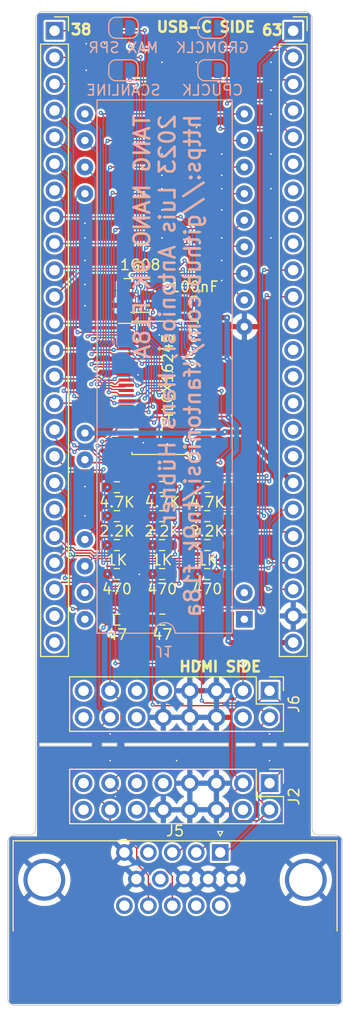
<source format=kicad_pcb>
(kicad_pcb (version 20221018) (generator pcbnew)
  (layers (0 "F.Cu" signal) (31 "B.Cu" signal) (34 "B.Paste" user) (35 "F.Paste" user) (36 "B.SilkS" user "B.Silkscreen") (37 "F.SilkS" user "F.Silkscreen") (38 "B.Mask" user) (39 "F.Mask" user) (44 "Edge.Cuts" user))
  (net 0 "")
  (net 1 "GND")
  (net 2 "VS_3V3")
  (net 3 "USR1_1V8")
  (net 4 "USR2_1V8")
  (net 5 "USR3_1V8")
  (net 6 "USR4_1V8")
  (net 7 "R2_3V3")
  (net 8 "R3_3V3")
  (net 9 "B0_3V3")
  (net 10 "B1_3V3")
  (net 11 "B2_3V3")
  (net 12 "B3_3V3")
  (net 17 "MODE_3V3")
  (net 18 "~{CSW_3V3}")
  (net 19 "~{CSR_3V3}")
  (net 20 "~{INT_3V3}")
  (net 21 "CPUCLK_3V3")
  (net 22 "GROMCLK_3V3")
  (net 23 "~{RESET_3V3}")
  (net 24 "CD0_3V3")
  (net 25 "CD1_3V3")
  (net 26 "CD2_3V3")
  (net 27 "CD3_3V3")
  (net 28 "CD4_3V3")
  (net 29 "CD5_3V3")
  (net 30 "CD6_3V3")
  (net 31 "CD7_3V3")
  (net 32 "HS_3V3")
  (net 33 "R0_3V3")
  (net 34 "R1_3V3")
  (net 35 "G0_3V3")
  (net 36 "G1_3V3")
  (net 37 "G2_3V3")
  (net 38 "G3_3V3")
  (net 41 "MODE")
  (net 42 "~{CSW}")
  (net 43 "~{CSR}")
  (net 44 "~{INT}")
  (net 45 "CD7")
  (net 46 "CD6")
  (net 47 "CD5")
  (net 48 "CD4")
  (net 49 "CD3")
  (net 50 "CD2")
  (net 51 "CD1")
  (net 52 "CD0")
  (net 53 "~{RESET}")
  (net 54 "GROMCLK")
  (net 55 "CPUCLK")
  (net 65 "~{OE1}")
  (net 66 "+3.3V")
  (net 67 "+5V")
  (net 68 "RED")
  (net 69 "GREEN")
  (net 70 "BLUE")
  (net 75 "HSYNC")
  (net 76 "VSYNC")
  (footprint "Connector_PinHeader_2.54mm:PinHeader_2x08_P2.54mm_Vertical" (layer "F.Cu") (at 125.095 131.953 -90)
    (fp_text reference "J2")
    (fp_text value "VGA")
  )
  (footprint "Resistor_SMD:R_0603_1608Metric_Pad0.98x0.95mm_HandSolder" (layer "F.Cu") (at 110.5055 109.22)
    (fp_text reference "R11")
    (fp_text value "1K")
  )
  (footprint "Connector_PinSocket_2.54mm:PinSocket_1x24_P2.54mm_Vertical" (layer "F.Cu") (at 104.5383 60.1064)
    (fp_text reference "J3" hide)
    (fp_text value "Tang Nano 9k")
  )
  (footprint "Resistor_SMD:R_0603_1608Metric_Pad0.98x0.95mm_HandSolder" (layer "F.Cu") (at 119.1415 103.692)
    (fp_text reference "R1")
    (fp_text value "4.7K")
  )
  (footprint "Resistor_SMD:R_0603_1608Metric_Pad0.98x0.95mm_HandSolder" (layer "F.Cu") (at 110.503448 103.691891)
    (fp_text reference "R9")
    (fp_text value "4.7K")
  )
  (footprint "Connector_Dsub:DSUB-15-HD_Female_Horizontal_P2.29x1.98mm_EdgePinOffset3.03mm_Housed_MountingHolesOffset4.94mm" (layer "F.Cu") (at 120.378 139.129669)
    (fp_text reference "J5")
    (fp_text value "VGA")
  )
  (footprint "Package_TO_SOT_SMD:SOT-23-5_HandSoldering" (layer "F.Cu") (at 112.735 85.38)
    (fp_text reference "U1")
    (fp_text value "1G08")
  )
  (footprint "Resistor_SMD:R_0603_1608Metric_Pad0.98x0.95mm_HandSolder" (layer "F.Cu") (at 114.8235 109.22)
    (fp_text reference "R7")
    (fp_text value "1K")
  )
  (footprint "Connector_PinHeader_2.54mm:PinHeader_2x08_P2.54mm_Vertical" (layer "F.Cu") (at 125.095 123.128 -90)
    (fp_text reference "J6")
    (fp_text value "VGA")
  )
  (footprint "Resistor_SMD:R_0603_1608Metric_Pad0.98x0.95mm_HandSolder" (layer "F.Cu") (at 119.1415 109.22)
    (fp_text reference "R3")
    (fp_text value "1K")
  )
  (footprint "Resistor_SMD:R_0603_1608Metric_Pad0.98x0.95mm_HandSolder" (layer "F.Cu") (at 110.503448 106.455891)
    (fp_text reference "R10")
    (fp_text value "2.2K")
  )
  (footprint "Resistor_SMD:R_0603_1608Metric_Pad0.98x0.95mm_HandSolder" (layer "F.Cu") (at 114.8235 111.984)
    (fp_text reference "R8")
    (fp_text value "470")
  )
  (footprint "Resistor_SMD:R_0603_1608Metric_Pad0.98x0.95mm_HandSolder" (layer "F.Cu") (at 119.1415 111.984)
    (fp_text reference "R4")
    (fp_text value "470")
  )
  (footprint "Connector_PinSocket_2.54mm:PinSocket_1x24_P2.54mm_Vertical" (layer "F.Cu") (at 127.3552 60.1064)
    (fp_text reference "J4" hide)
    (fp_text value "TN9k/2")
  )
  (footprint "Resistor_SMD:R_0603_1608Metric_Pad0.98x0.95mm_HandSolder" (layer "F.Cu") (at 110.5055 111.984)
    (fp_text reference "R12")
    (fp_text value "470")
  )
  (footprint "Resistor_SMD:R_0603_1608Metric_Pad0.98x0.95mm_HandSolder" (layer "F.Cu") (at 119.1415 106.456)
    (fp_text reference "R2")
    (fp_text value "2.2K")
  )
  (footprint "f18a_footprints:TMS99xxA_Replacement" (layer "F.Cu") (at 115.018 92.68 180)
    (fp_text reference "J1")
    (fp_text value "~")
  )
  (footprint "Resistor_SMD:R_0603_1608Metric_Pad0.98x0.95mm_HandSolder" (layer "F.Cu") (at 114.84436 103.671238)
    (fp_text reference "R5")
    (fp_text value "4.7K")
  )
  (footprint "Package_SO:TSSOP-48_6.1x12.5mm_P0.5mm" (layer "F.Cu") (at 115.101 94.204)
    (fp_text reference "U4")
    (fp_text value "74LCX16245")
  )
  (footprint "Resistor_SMD:R_0603_1608Metric_Pad0.98x0.95mm_HandSolder" (layer "F.Cu") (at 114.847 116.332)
    (fp_text reference "R13")
    (fp_text value "47")
  )
  (footprint "Resistor_SMD:R_0603_1608Metric_Pad0.98x0.95mm_HandSolder" (layer "F.Cu") (at 110.53643 116.338528)
    (fp_text reference "R14")
    (fp_text value "47")
  )
  (footprint "Capacitor_SMD:C_0805_2012Metric_Pad1.18x1.45mm_HandSolder" (layer "F.Cu") (at 117.895 86.203)
    (fp_text reference "C1")
    (fp_text value "100nF")
  )
  (footprint "Resistor_SMD:R_0603_1608Metric_Pad0.98x0.95mm_HandSolder" (layer "F.Cu") (at 114.8235 106.456)
    (fp_text reference "R6")
    (fp_text value "2.2K")
  )
  (footprint "Jumper:SolderJumper-2_P1.3mm_Open_RoundedPad1.0x1.5mm" (layer "B.Cu") (at 119.634 59.817 180)
    (fp_text reference "JP3")
    (fp_text value "GROMCLK")
  )
  (footprint "Jumper:SolderJumper-2_P1.3mm_Open_RoundedPad1.0x1.5mm" (layer "B.Cu") (at 111.125 59.817 180)
    (fp_text reference "JP1")
    (fp_text value "MAX SPR")
  )
  (footprint "Jumper:SolderJumper-2_P1.3mm_Open_RoundedPad1.0x1.5mm" (layer "B.Cu") (at 111.125 63.881 180)
    (fp_text reference "JP2")
    (fp_text value "SCANLINE")
  )
  (footprint "Jumper:SolderJumper-2_P1.3mm_Open_RoundedPad1.0x1.5mm" (layer "B.Cu") (at 119.634 63.881 180)
    (fp_text reference "JP4")
    (fp_text value "CPUCLK")
  )
  (gr_arc (start 132.08 152.527) (mid 131.894013 152.976013) (end 131.445 153.162) (stroke (width 0.1)) (layer "Edge.Cuts"))
  (gr_line (start 128.778 128.397) (end 128.778 128.143) (stroke (width 0.1)) (layer "Edge.Cuts"))
  (gr_arc (start 102.743 136.271) (mid 102.557013 136.720013) (end 102.108 136.906) (stroke (width 0.1)) (layer "Edge.Cuts"))
  (gr_line (start 126.492 128.143) (end 126.492 128.397) (stroke (width 0.1)) (layer "Edge.Cuts"))
  (gr_line (start 121.92 128.143) (end 121.92 128.397) (stroke (width 0.1)) (layer "Edge.Cuts"))
  (gr_arc (start 131.445 136.906) (mid 131.894013 137.091987) (end 132.08 137.541) (stroke (width 0.1)) (layer "Edge.Cuts"))
  (gr_line (start 123.698 128.397) (end 123.698 128.143) (stroke (width 0.1)) (layer "Edge.Cuts"))
  (gr_line (start 102.743 58.928) (end 102.743 136.271) (stroke (width 0.1)) (layer "Edge.Cuts"))
  (gr_line (start 109.093 128.143) (end 109.093 128.397) (stroke (width 0.1)) (layer "Edge.Cuts"))
  (gr_arc (start 100.711 153.162) (mid 100.261987 152.976013) (end 100.076 152.527) (stroke (width 0.1)) (layer "Edge.Cuts"))
  (gr_line (start 123.698 128.143) (end 121.92 128.143) (stroke (width 0.1)) (layer "Edge.Cuts"))
  (gr_line (start 125.73 128.143) (end 124.46 128.143) (stroke (width 0.1)) (layer "Edge.Cuts"))
  (gr_line (start 129.159 136.271) (end 129.159 58.928) (stroke (width 0.1)) (layer "Edge.Cuts"))
  (gr_line (start 125.73 128.397) (end 125.73 128.143) (stroke (width 0.1)) (layer "Edge.Cuts"))
  (gr_line (start 121.158 128.397) (end 121.158 128.143) (stroke (width 0.1)) (layer "Edge.Cuts"))
  (gr_line (start 132.08 137.541) (end 132.08 152.527) (stroke (width 0.1)) (layer "Edge.Cuts"))
  (gr_line (start 124.46 128.143) (end 124.46 128.397) (stroke (width 0.1)) (layer "Edge.Cuts"))
  (gr_arc (start 129.794 136.906) (mid 129.344987 136.720013) (end 129.159 136.271) (stroke (width 0.1)) (layer "Edge.Cuts"))
  (gr_line (start 129.794 136.906) (end 131.445 136.906) (stroke (width 0.1)) (layer "Edge.Cuts"))
  (gr_arc (start 128.524 58.293) (mid 128.973013 58.478987) (end 129.159 58.928) (stroke (width 0.1)) (layer "Edge.Cuts"))
  (gr_line (start 111.252 128.143) (end 111.252 128.397) (stroke (width 0.1)) (layer "Edge.Cuts"))
  (gr_line (start 103.124 128.143) (end 103.124 128.397) (stroke (width 0.1)) (layer "Edge.Cuts"))
  (gr_line (start 100.076 137.541) (end 100.076 152.527) (stroke (width 0.1)) (layer "Edge.Cuts"))
  (gr_line (start 109.093 128.397) (end 110.49 128.397) (stroke (width 0.1)) (layer "Edge.Cuts"))
  (gr_line (start 110.49 128.397) (end 110.49 128.143) (stroke (width 0.1)) (layer "Edge.Cuts"))
  (gr_line (start 121.158 128.143) (end 111.252 128.143) (stroke (width 0.1)) (layer "Edge.Cuts"))
  (gr_line (start 102.108 136.906) (end 100.711 136.906) (stroke (width 0.1)) (layer "Edge.Cuts"))
  (gr_line (start 111.252 128.397) (end 121.158 128.397) (stroke (width 0.1)) (layer "Edge.Cuts"))
  (gr_line (start 110.49 128.143) (end 109.093 128.143) (stroke (width 0.1)) (layer "Edge.Cuts"))
  (gr_line (start 124.46 128.397) (end 125.73 128.397) (stroke (width 0.1)) (layer "Edge.Cuts"))
  (gr_line (start 126.492 128.397) (end 128.778 128.397) (stroke (width 0.1)) (layer "Edge.Cuts"))
  (gr_line (start 121.92 128.397) (end 123.698 128.397) (stroke (width 0.1)) (layer "Edge.Cuts"))
  (gr_line (start 128.524 58.293) (end 103.378 58.293) (stroke (width 0.1)) (layer "Edge.Cuts"))
  (gr_line (start 103.124 128.397) (end 108.077 128.397) (stroke (width 0.1)) (layer "Edge.Cuts"))
  (gr_arc (start 100.076 137.541) (mid 100.261987 137.091987) (end 100.711 136.906) (stroke (width 0.1)) (layer "Edge.Cuts"))
  (gr_line (start 108.077 128.397) (end 108.077 128.143) (stroke (width 0.1)) (layer "Edge.Cuts"))
  (gr_arc (start 102.743 58.928) (mid 102.928987 58.478987) (end 103.378 58.293) (stroke (width 0.1)) (layer "Edge.Cuts"))
  (gr_line (start 108.077 128.143) (end 103.124 128.143) (stroke (width 0.1)) (layer "Edge.Cuts"))
  (gr_line (start 100.711 153.162) (end 131.445 153.162) (stroke (width 0.1)) (layer "Edge.Cuts"))
  (gr_line (start 128.778 128.143) (end 126.492 128.143) (stroke (width 0.1)) (layer "Edge.Cuts"))
  (gr_text "TANG NANO 9K F18A\n2023 Luis Antoniosi, Hans Hübner\nhttps://github.com/lfantoniosi/tn9k_f18a" (at 118.618 67.945 90) (layer "B.SilkS") (effects (font (size 1.5 1.5) (thickness 0.25) bold) (justify left bottom mirror)))
  (gr_text "USB-C SIDE" (at 114.173 60.325) (layer "F.SilkS") (effects (font (size 1 1) (thickness 0.25) bold) (justify left bottom)))
  (gr_text "HDMI SIDE" (at 116.332 121.412) (layer "F.SilkS") (effects (font (size 1 1) (thickness 0.25) bold) (justify left bottom)))
  (gr_text "38" (at 105.9688 60.579) (layer "F.SilkS") (effects (font (size 1 1) (thickness 0.25) bold) (justify left bottom)))
  (gr_text "63" (at 124.2314 60.6298) (layer "F.SilkS") (effects (font (size 1 1) (thickness 0.25) bold) (justify left bottom)))
  (via (at 116.205 129.794) (size 0.41) (drill 0.15) (layers "F.Cu" "B.Cu") (net 1))
  (via (at 116.205 136.906) (size 0.41) (drill 0.15) (layers "F.Cu" "B.Cu") (net 1))
  (via (at 107.569 61.341) (size 0.41) (drill 0.15) (layers "F.Cu" "B.Cu") (net 1))
  (via (at 125.222 63.119) (size 0.41) (drill 0.15) (layers "F.Cu" "B.Cu") (net 1))
  (via (at 107.442 78.486) (size 0.41) (drill 0.15) (layers "F.Cu" "B.Cu") (net 1))
  (via (at 107.442 82.042) (size 0.41) (drill 0.15) (layers "F.Cu" "B.Cu") (net 1))
  (via (at 114.808 79.883) (size 0.41) (drill 0.15) (layers "F.Cu" "B.Cu") (net 1))
  (via (at 125.222 65.786) (size 0.41) (drill 0.15) (layers "F.Cu" "B.Cu") (net 1))
  (via (at 118.11 69.342) (size 0.41) (drill 0.15) (layers "F.Cu" "B.Cu") (net 1))
  (via (at 114.808 75.184) (size 0.41) (drill 0.15) (layers "F.Cu" "B.Cu") (net 1))
  (via (at 114.808 71.882) (size 0.41) (drill 0.15) (layers "F.Cu" "B.Cu") (net 1))
  (via (at 125.222 68.072) (size 0.41) (drill 0.15) (layers "F.Cu" "B.Cu") (net 1))
  (via (at 118.11 63.119) (size 0.41) (drill 0.15) (layers "F.Cu" "B.Cu") (net 1))
  (via (at 115.316 99.568) (size 0.41) (drill 0.15) (layers "F.Cu" "B.Cu") (net 1))
  (via (at 114.808 73.914) (size 0.41) (drill 0.15) (layers "F.Cu" "B.Cu") (net 1))
  (via (at 125.095 127.254) (size 0.41) (drill 0.15) (layers "F.Cu" "B.Cu") (net 1))
  (via (at 114.808 69.342) (size 0.41) (drill 0.15) (layers "F.Cu" "B.Cu") (net 1))
  (via (at 114.808 63.119) (size 0.41) (drill 0.15) (layers "F.Cu" "B.Cu") (net 1))
  (via (at 125.095 129.794) (size 0.41) (drill 0.15) (layers "F.Cu" "B.Cu") (net 1))
  (via (at 120.523 82.042) (size 0.41) (drill 0.15) (layers "F.Cu" "B.Cu") (net 1))
  (via (at 107.442 106.426) (size 0.41) (drill 0.15) (layers "F.Cu" "B.Cu") (net 1))
  (via (at 107.442 79.883) (size 0.41) (drill 0.15) (layers "F.Cu" "B.Cu") (net 1))
  (via (at 120.523 73.914) (size 0.41) (drill 0.15) (layers "F.Cu" "B.Cu") (net 1))
  (via (at 107.442 84.328) (size 0.41) (drill 0.15) (layers "F.Cu" "B.Cu") (net 1))
  (via (at 120.523 83.947) (size 0.41) (drill 0.15) (layers "F.Cu" "B.Cu") (net 1))
  (via (at 107.442 86.36) (size 0.41) (drill 0.15) (layers "F.Cu" "B.Cu") (net 1))
  (via (at 114.808 77.216) (size 0.41) (drill 0.15) (layers "F.Cu" "B.Cu") (net 1))
  (via (at 109.855 129.794) (size 0.41) (drill 0.15) (layers "F.Cu" "B.Cu") (net 1))
  (via (at 110.363 133.223) (size 0.41) (drill 0.15) (layers "F.Cu" "B.Cu") (net 1))
  (via (at 125.222 79.883) (size 0.41) (drill 0.15) (layers "F.Cu" "B.Cu") (net 1))
  (via (at 114.554 89.154) (size 0.41) (drill 0.15) (layers "F.Cu" "B.Cu") (net 1))
  (via (at 107.442 103.632) (size 0.41) (drill 0.15) (layers "F.Cu" "B.Cu") (net 1))
  (via (at 115.824 92.71) (size 0.41) (drill 0.15) (layers "F.Cu" "B.Cu") (net 1))
  (via (at 125.222 75.184) (size 0.41) (drill 0.15) (layers "F.Cu" "B.Cu") (net 1))
  (via (at 112.649 112.014) (size 0.41) (drill 0.15) (layers "F.Cu" "B.Cu") (net 1))
  (via (at 113.03 99.441) (size 0.41) (drill 0.15) (layers "F.Cu" "B.Cu") (net 1))
  (via (at 120.523 75.184) (size 0.41) (drill 0.15) (layers "F.Cu" "B.Cu") (net 1))
  (via (at 120.523 79.883) (size 0.41) (drill 0.15) (layers "F.Cu" "B.Cu") (net 1))
  (via (at 112.522 92.964) (size 0.41) (drill 0.15) (layers "F.Cu" "B.Cu") (net 1))
  (via (at 120.523 77.216) (size 0.41) (drill 0.15) (layers "F.Cu" "B.Cu") (net 1))
  (via (at 107.569 63.881) (size 0.41) (drill 0.15) (layers "F.Cu" "B.Cu") (net 1))
  (via (at 125.222 71.882) (size 0.41) (drill 0.15) (layers "F.Cu" "B.Cu") (net 1))
  (via (at 109.347 61.341) (size 0.41) (drill 0.15) (layers "F.Cu" "B.Cu") (net 1))
  (via (at 120.523 71.882) (size 0.41) (drill 0.15) (layers "F.Cu" "B.Cu") (net 1))
  (via (at 109.855 127.254) (size 0.41) (drill 0.15) (layers "F.Cu" "B.Cu") (net 1))
  (via (at 115.824 95.631) (size 0.41) (drill 0.15) (layers "F.Cu" "B.Cu") (net 1))
  (segment (start 106.3035 115.3115) (end 106.299 115.316) (width 0.127) (layer "F.Cu") (net 2))
  (segment (start 110.421902 115.3115) (end 106.3035 115.3115) (width 0.127) (layer "F.Cu") (net 2))
  (segment (start 111.44893 116.338528) (end 110.421902 115.3115) (width 0.127) (layer "F.Cu") (net 2))
  (via (at 106.299 115.316) (size 0.41) (drill 0.15) (layers "F.Cu" "B.Cu") (net 2))
  (segment (start 104.5383 98.9503) (end 104.5383 98.2064) (width 0.127) (layer "B.Cu") (net 2))
  (segment (start 106.4405 110.286822) (end 106.4405 109.959178) (width 0.127) (layer "B.Cu") (net 2))
  (segment (start 106.4405 109.959178) (end 106.0868 109.605478) (width 0.127) (layer "B.Cu") (net 2))
  (segment (start 105.8328 110.894522) (end 106.4405 110.286822) (width 0.127) (layer "B.Cu") (net 2))
  (segment (start 105.8328 112.112978) (end 105.8328 110.894522) (width 0.127) (layer "B.Cu") (net 2))
  (segment (start 106.0868 100.4988) (end 104.5383 98.9503) (width 0.127) (layer "B.Cu") (net 2))
  (segment (start 106.0868 109.605478) (end 106.0868 100.4988) (width 0.127) (layer "B.Cu") (net 2))
  (segment (start 106.299 115.316) (end 105.9325 114.9495) (width 0.127) (layer "B.Cu") (net 2))
  (segment (start 105.9325 114.9495) (end 105.9325 112.212678) (width 0.127) (layer "B.Cu") (net 2))
  (segment (start 105.9325 112.212678) (end 105.8328 112.112978) (width 0.127) (layer "B.Cu") (net 2))
  (segment (start 126.5052 61.7964) (end 111.9614 61.7964) (width 0.127) (layer "F.Cu") (net 3))
  (segment (start 111.9614 61.7964) (end 111.76 61.595) (width 0.127) (layer "F.Cu") (net 3))
  (segment (start 127.3552 62.6464) (end 126.5052 61.7964) (width 0.127) (layer "F.Cu") (net 3))
  (via (at 111.76 61.595) (size 0.41) (drill 0.15) (layers "F.Cu" "B.Cu") (net 3))
  (segment (start 111.76 61.595) (end 111.76 59.832) (width 0.127) (layer "B.Cu") (net 3))
  (segment (start 111.76 59.832) (end 111.775 59.817) (width 0.127) (layer "B.Cu") (net 3))
  (segment (start 127.3552 65.1864) (end 126.9602 64.7914) (width 0.127) (layer "F.Cu") (net 4))
  (segment (start 126.9602 64.7914) (end 111.76 64.7914) (width 0.127) (layer "F.Cu") (net 4))
  (via (at 111.76 64.7914) (size 0.41) (drill 0.15) (layers "F.Cu" "B.Cu") (net 4))
  (segment (start 111.76 63.896) (end 111.775 63.881) (width 0.127) (layer "B.Cu") (net 4))
  (segment (start 111.76 64.7914) (end 111.76 63.896) (width 0.127) (layer "B.Cu") (net 4))
  (segment (start 126.5052 66.8764) (end 121.2106 66.8764) (width 0.127) (layer "F.Cu") (net 5))
  (segment (start 121.2106 66.8764) (end 121.031 67.056) (width 0.127) (layer "F.Cu") (net 5))
  (segment (start 127.3552 67.7264) (end 126.5052 66.8764) (width 0.127) (layer "F.Cu") (net 5))
  (via (at 121.031 67.056) (size 0.41) (drill 0.15) (layers "F.Cu" "B.Cu") (net 5))
  (segment (start 121.031 60.564) (end 120.284 59.817) (width 0.127) (layer "B.Cu") (net 5))
  (segment (start 121.031 67.056) (end 121.031 60.564) (width 0.127) (layer "B.Cu") (net 5))
  (segment (start 127.3552 70.2664) (end 126.5578 69.469) (width 0.127) (layer "F.Cu") (net 6))
  (segment (start 126.5578 69.469) (end 120.396 69.469) (width 0.127) (layer "F.Cu") (net 6))
  (via (at 120.396 69.469) (size 0.41) (drill 0.15) (layers "F.Cu" "B.Cu") (net 6))
  (segment (start 120.396 63.993) (end 120.284 63.881) (width 0.127) (layer "B.Cu") (net 6))
  (segment (start 120.396 69.469) (end 120.396 63.993) (width 0.127) (layer "B.Cu") (net 6))
  (segment (start 118.7695 110.5045) (end 108.125279 110.5045) (width 0.127) (layer "F.Cu") (net 7))
  (segment (start 108.125279 110.5045) (end 107.852279 110.2315) (width 0.127) (layer "F.Cu") (net 7))
  (segment (start 107.852279 110.2315) (end 106.1535 110.2315) (width 0.127) (layer "F.Cu") (net 7))
  (segment (start 106.1535 110.2315) (end 106.045 110.123) (width 0.127) (layer "F.Cu") (net 7))
  (segment (start 120.054 109.22) (end 118.7695 110.5045) (width 0.127) (layer "F.Cu") (net 7))
  (via (at 106.045 110.123) (size 0.41) (drill 0.15) (layers "F.Cu" "B.Cu") (net 7))
  (segment (start 106.045 110.123) (end 105.8328 109.9108) (width 0.127) (layer "B.Cu") (net 7))
  (segment (start 105.8328 104.5809) (end 104.5383 103.2864) (width 0.127) (layer "B.Cu") (net 7))
  (segment (start 105.8328 109.9108) (end 105.8328 104.5809) (width 0.127) (layer "B.Cu") (net 7))
  (segment (start 109.1485 102.0525) (end 105.8444 102.0525) (width 0.127) (layer "F.Cu") (net 8))
  (segment (start 105.8444 102.0525) (end 104.5383 100.7464) (width 0.127) (layer "F.Cu") (net 8))
  (segment (start 109.3385 110.7585) (end 118.87471 110.7585) (width 0.127) (layer "F.Cu") (net 8))
  (segment (start 109.1975 110.8995) (end 109.3385 110.7585) (width 0.127) (layer "F.Cu") (net 8))
  (segment (start 109.22 101.981) (end 109.1485 102.0525) (width 0.127) (layer "F.Cu") (net 8))
  (segment (start 120.054 111.545) (end 120.015 111.506) (width 0.127) (layer "F.Cu") (net 8))
  (segment (start 120.054 111.984) (end 120.054 111.545) (width 0.127) (layer "F.Cu") (net 8))
  (segment (start 119.39721 110.236) (end 119.888 110.236) (width 0.127) (layer "F.Cu") (net 8))
  (segment (start 118.87471 110.7585) (end 119.39721 110.236) (width 0.127) (layer "F.Cu") (net 8))
  (via (at 109.22 101.981) (size 0.41) (drill 0.15) (layers "F.Cu" "B.Cu") (net 8))
  (via (at 109.1975 110.8995) (size 0.41) (drill 0.15) (layers "F.Cu" "B.Cu") (net 8))
  (via (at 120.015 111.506) (size 0.41) (drill 0.15) (layers "F.Cu" "B.Cu") (net 8))
  (via (at 119.888 110.236) (size 0.41) (drill 0.15) (layers "F.Cu" "B.Cu") (net 8))
  (segment (start 109.0785 110.7805) (end 109.0785 102.1225) (width 0.127) (layer "B.Cu") (net 8))
  (segment (start 120.015 110.363) (end 119.888 110.236) (width 0.127) (layer "B.Cu") (net 8))
  (segment (start 109.0785 102.1225) (end 109.22 101.981) (width 0.127) (layer "B.Cu") (net 8))
  (segment (start 109.1975 110.8995) (end 109.0785 110.7805) (width 0.127) (layer "B.Cu") (net 8))
  (segment (start 120.015 111.506) (end 120.015 110.363) (width 0.127) (layer "B.Cu") (net 8))
  (segment (start 124.968 113.411) (end 125.0034 113.4464) (width 0.127) (layer "F.Cu") (net 9))
  (segment (start 124.8125 102.602) (end 112.505839 102.602) (width 0.127) (layer "F.Cu") (net 9))
  (segment (start 112.505839 102.602) (end 111.415948 103.691891) (width 0.127) (layer "F.Cu") (net 9))
  (segment (start 125.0034 113.4464) (end 127.3552 113.4464) (width 0.127) (layer "F.Cu") (net 9))
  (via (at 124.8125 102.602) (size 0.41) (drill 0.15) (layers "F.Cu" "B.Cu") (net 9))
  (via (at 124.968 113.411) (size 0.41) (drill 0.15) (layers "F.Cu" "B.Cu") (net 9))
  (segment (start 124.6715 105.979178) (end 124.9545 106.262178) (width 0.127) (layer "B.Cu") (net 9))
  (segment (start 124.8125 102.602) (end 124.6715 102.743) (width 0.127) (layer "B.Cu") (net 9))
  (segment (start 124.9545 106.589822) (end 124.587 106.957322) (width 0.127) (layer "B.Cu") (net 9))
  (segment (start 124.587 113.03) (end 124.968 113.411) (width 0.127) (layer "B.Cu") (net 9))
  (segment (start 124.9545 106.262178) (end 124.9545 106.589822) (width 0.127) (layer "B.Cu") (net 9))
  (segment (start 124.6715 102.743) (end 124.6715 105.979178) (width 0.127) (layer "B.Cu") (net 9))
  (segment (start 124.587 106.957322) (end 124.587 113.03) (width 0.127) (layer "B.Cu") (net 9))
  (segment (start 112.080839 105.791) (end 111.415948 106.455891) (width 0.127) (layer "F.Cu") (net 10))
  (segment (start 125.175499 105.924562) (end 125.041937 105.791) (width 0.127) (layer "F.Cu") (net 10))
  (segment (start 124.982 110.871) (end 125.0174 110.9064) (width 0.127) (layer "F.Cu") (net 10))
  (segment (start 125.041937 105.791) (end 112.080839 105.791) (width 0.127) (layer "F.Cu") (net 10))
  (segment (start 125.0174 110.9064) (end 127.3552 110.9064) (width 0.127) (layer "F.Cu") (net 10))
  (via (at 125.175499 105.924562) (size 0.41) (drill 0.15) (layers "F.Cu" "B.Cu") (net 10))
  (via (at 124.982 110.871) (size 0.41) (drill 0.15) (layers "F.Cu" "B.Cu") (net 10))
  (segment (start 125.2085 106.695032) (end 125.2085 106.156968) (width 0.127) (layer "B.Cu") (net 10))
  (segment (start 124.841 110.73) (end 124.841 107.062532) (width 0.127) (layer "B.Cu") (net 10))
  (segment (start 125.175499 106.123967) (end 125.175499 105.924562) (width 0.127) (layer "B.Cu") (net 10))
  (segment (start 125.2085 106.156968) (end 125.175499 106.123967) (width 0.127) (layer "B.Cu") (net 10))
  (segment (start 124.841 107.062532) (end 125.2085 106.695032) (width 0.127) (layer "B.Cu") (net 10))
  (segment (start 124.982 110.871) (end 124.841 110.73) (width 0.127) (layer "B.Cu") (net 10))
  (segment (start 126.9388 107.95) (end 127.3552 108.3664) (width 0.127) (layer "F.Cu") (net 11))
  (segment (start 111.418 109.22) (end 112.688 107.95) (width 0.127) (layer "F.Cu") (net 11))
  (segment (start 112.688 107.95) (end 126.9388 107.95) (width 0.127) (layer "F.Cu") (net 11))
  (segment (start 112.3895 111.0125) (end 111.418 111.984) (width 0.127) (layer "F.Cu") (net 12))
  (segment (start 120.541783 111.379) (end 120.175283 111.0125) (width 0.127) (layer "F.Cu") (net 12))
  (segment (start 124.982 111.407503) (end 124.953497 111.379) (width 0.127) (layer "F.Cu") (net 12))
  (segment (start 124.953497 111.379) (end 120.541783 111.379) (width 0.127) (layer "F.Cu") (net 12))
  (segment (start 120.175283 111.0125) (end 112.3895 111.0125) (width 0.127) (layer "F.Cu") (net 12))
  (via (at 124.982 111.407503) (size 0.41) (drill 0.15) (layers "F.Cu" "B.Cu") (net 12))
  (segment (start 125.095 110.424678) (end 125.095 107.188) (width 0.127) (layer "B.Cu") (net 12))
  (segment (start 126.4566 105.8264) (end 127.3552 105.8264) (width 0.127) (layer "B.Cu") (net 12))
  (segment (start 124.982 111.407503) (end 125.004819 111.407503) (width 0.127) (layer "B.Cu") (net 12))
  (segment (start 125.145822 111.2665) (end 125.3775 111.034822) (width 0.127) (layer "B.Cu") (net 12))
  (segment (start 125.004819 111.407503) (end 124.863816 111.2665) (width 0.127) (layer "B.Cu") (net 12))
  (segment (start 125.3775 111.034822) (end 125.3775 110.707178) (width 0.127) (layer "B.Cu") (net 12))
  (segment (start 125.095 107.188) (end 126.4566 105.8264) (width 0.127) (layer "B.Cu") (net 12))
  (segment (start 124.863816 111.2665) (end 125.145822 111.2665) (width 0.127) (layer "B.Cu") (net 12))
  (segment (start 125.3775 110.707178) (end 125.095 110.424678) (width 0.127) (layer "B.Cu") (net 12))
  (segment (start 114.046 97.536) (end 113.8485 97.3385) (width 0.127) (layer "F.Cu") (net 17))
  (segment (start 112.220211 97.3385) (end 112.104711 97.454) (width 0.127) (layer "F.Cu") (net 17))
  (segment (start 104.5383 60.1064) (end 113.1216 60.1064) (width 0.127) (layer "F.Cu") (net 17))
  (segment (start 113.8485 97.3385) (end 112.220211 97.3385) (width 0.127) (layer "F.Cu") (net 17))
  (segment (start 113.1216 60.1064) (end 113.157 60.071) (width 0.127) (layer "F.Cu") (net 17))
  (segment (start 112.104711 97.454) (end 111.3885 97.454) (width 0.127) (layer "F.Cu") (net 17))
  (via (at 113.157 60.071) (size 0.41) (drill 0.15) (layers "F.Cu" "B.Cu") (net 17))
  (via (at 114.046 97.536) (size 0.41) (drill 0.15) (layers "F.Cu" "B.Cu") (net 17))
  (segment (start 114.343 97.239) (end 114.343 95.7865) (width 0.127) (layer "B.Cu") (net 17))
  (segment (start 113.044 84.80908) (end 113.1855 84.66758) (width 0.127) (layer "B.Cu") (net 17))
  (segment (start 113.1715 62.992) (end 113.1715 60.0855) (width 0.127) (layer "B.Cu") (net 17))
  (segment (start 114.0605 95.504) (end 114.0605 90.50387) (width 0.127) (layer "B.Cu") (net 17))
  (segment (start 114.343 95.7865) (end 114.0605 95.504) (width 0.127) (layer "B.Cu") (net 17))
  (segment (start 113.0445 65.547032) (end 113.0445 63.119) (width 0.127) (layer "B.Cu") (net 17))
  (segment (start 114.046 97.536) (end 114.343 97.239) (width 0.127) (layer "B.Cu") (net 17))
  (segment (start 112.903 65.688532) (end 113.0445 65.547032) (width 0.127) (layer "B.Cu") (net 17))
  (segment (start 113.0445 63.119) (end 113.1715 62.992) (width 0.127) (layer "B.Cu") (net 17))
  (segment (start 112.903 83.947) (end 112.903 65.688532) (width 0.127) (layer "B.Cu") (net 17))
  (segment (start 113.044 89.48737) (end 113.044 84.80908) (width 0.127) (layer "B.Cu") (net 17))
  (segment (start 114.0605 90.50387) (end 113.044 89.48737) (width 0.127) (layer "B.Cu") (net 17))
  (segment (start 113.1855 84.66758) (end 113.1855 84.2295) (width 0.127) (layer "B.Cu") (net 17))
  (segment (start 113.1855 84.2295) (end 112.903 83.947) (width 0.127) (layer "B.Cu") (net 17))
  (segment (start 113.1715 60.0855) (end 113.157 60.071) (width 0.127) (layer "B.Cu") (net 17))
  (segment (start 112.186474 96.139) (end 112.001474 95.954) (width 0.127) (layer "F.Cu") (net 18))
  (segment (start 112.7406 62.6464) (end 112.776 62.611) (width 0.127) (layer "F.Cu") (net 18))
  (segment (start 112.79 84.503758) (end 112.716242 84.43) (width 0.127) (layer "F.Cu") (net 18))
  (segment (start 113.486678 96.012) (end 113.359678 96.139) (width 0.127) (layer "F.Cu") (net 18))
  (segment (start 104.5383 62.6464) (end 112.7406 62.6464) (width 0.127) (layer "F.Cu") (net 18))
  (segment (start 113.9475 96.012) (end 113.486678 96.012) (width 0.127) (layer "F.Cu") (net 18))
  (segment (start 113.359678 96.139) (end 112.186474 96.139) (width 0.127) (layer "F.Cu") (net 18))
  (segment (start 112.716242 84.43) (end 111.385 84.43) (width 0.127) (layer "F.Cu") (net 18))
  (segment (start 112.001474 95.954) (end 111.3885 95.954) (width 0.127) (layer "F.Cu") (net 18))
  (via (at 112.79 84.503758) (size 0.41) (drill 0.15) (layers "F.Cu" "B.Cu") (net 18))
  (via (at 113.9475 96.012) (size 0.41) (drill 0.15) (layers "F.Cu" "B.Cu") (net 18))
  (via (at 112.776 62.611) (size 0.41) (drill 0.15) (layers "F.Cu" "B.Cu") (net 18))
  (segment (start 113.8065 90.60908) (end 113.8065 95.871) (width 0.127) (layer "B.Cu") (net 18))
  (segment (start 112.79 84.503758) (end 112.649 84.362758) (width 0.127) (layer "B.Cu") (net 18))
  (segment (start 112.649 84.362758) (end 112.649 65.583322) (width 0.127) (layer "B.Cu") (net 18))
  (segment (start 112.79 89.59258) (end 113.8065 90.60908) (width 0.127) (layer "B.Cu") (net 18))
  (segment (start 112.649 65.583322) (end 112.7905 65.441822) (width 0.127) (layer "B.Cu") (net 18))
  (segment (start 112.7905 62.6255) (end 112.776 62.611) (width 0.127) (layer "B.Cu") (net 18))
  (segment (start 113.8065 95.871) (end 113.9475 96.012) (width 0.127) (layer "B.Cu") (net 18))
  (segment (start 112.79 84.503758) (end 112.79 89.59258) (width 0.127) (layer "B.Cu") (net 18))
  (segment (start 112.7905 65.441822) (end 112.7905 62.6255) (width 0.127) (layer "B.Cu") (net 18))
  (segment (start 113.476805 96.458805) (end 111.393305 96.458805) (width 0.127) (layer "F.Cu") (net 19))
  (segment (start 104.5383 65.1864) (end 112.3034 65.1864) (width 0.127) (layer "F.Cu") (net 19))
  (segment (start 112.395 84.993731) (end 112.008731 85.38) (width 0.127) (layer "F.Cu") (net 19))
  (segment (start 112.008731 85.38) (end 111.385 85.38) (width 0.127) (layer "F.Cu") (net 19))
  (segment (start 113.538 96.52) (end 113.476805 96.458805) (width 0.127) (layer "F.Cu") (net 19))
  (segment (start 112.3034 65.1864) (end 112.395 65.278) (width 0.127) (layer "F.Cu") (net 19))
  (segment (start 111.393305 96.458805) (end 111.3885 96.454) (width 0.127) (layer "F.Cu") (net 19))
  (via (at 112.395 84.993731) (size 0.41) (drill 0.15) (layers "F.Cu" "B.Cu") (net 19))
  (via (at 112.395 65.278) (size 0.41) (drill 0.15) (layers "F.Cu" "B.Cu") (net 19))
  (via (at 113.538 96.52) (size 0.41) (drill 0.15) (layers "F.Cu" "B.Cu") (net 19))
  (segment (start 112.395 65.278) (end 112.395 84.993731) (width 0.127) (layer "B.Cu") (net 19))
  (segment (start 113.5525 96.5055) (end 113.538 96.52) (width 0.127) (layer "B.Cu") (net 19))
  (segment (start 113.5525 90.71429) (end 113.5525 96.5055) (width 0.127) (layer "B.Cu") (net 19))
  (segment (start 112.536 85.134731) (end 112.536 89.69779) (width 0.127) (layer "B.Cu") (net 19))
  (segment (start 112.536 89.69779) (end 113.5525 90.71429) (width 0.127) (layer "B.Cu") (net 19))
  (segment (start 112.395 84.993731) (end 112.536 85.134731) (width 0.127) (layer "B.Cu") (net 19))
  (segment (start 112.540285 94.760285) (end 113.138715 94.760285) (width 0.127) (layer "F.Cu") (net 20))
  (segment (start 106.426 94.996) (end 106.553 95.123) (width 0.127) (layer "F.Cu") (net 20))
  (segment (start 112.522 94.742) (end 112.540285 94.760285) (width 0.127) (layer "F.Cu") (net 20))
  (segment (start 118.097289 94.954) (end 118.8135 94.954) (width 0.127) (layer "F.Cu") (net 20))
  (segment (start 113.665 94.234) (end 117.377289 94.234) (width 0.127) (layer "F.Cu") (net 20))
  (segment (start 106.553 95.123) (end 110.236 95.123) (width 0.127) (layer "F.Cu") (net 20))
  (segment (start 117.377289 94.234) (end 118.097289 94.954) (width 0.127) (layer "F.Cu") (net 20))
  (segment (start 113.138715 94.760285) (end 113.665 94.234) (width 0.127) (layer "F.Cu") (net 20))
  (via (at 112.522 94.742) (size 0.41) (drill 0.15) (layers "F.Cu" "B.Cu") (net 20))
  (via (at 106.426 94.996) (size 0.41) (drill 0.15) (layers "F.Cu" "B.Cu") (net 20))
  (via (at 110.236 95.123) (size 0.41) (drill 0.15) (layers "F.Cu" "B.Cu") (net 20))
  (segment (start 106.343887 72.136) (end 106.343887 94.913887) (width 0.127) (layer "B.Cu") (net 20))
  (segment (start 112.522 94.742) (end 112.268 94.996) (width 0.127) (layer "B.Cu") (net 20))
  (segment (start 104.5383 67.7264) (end 106.343887 69.531987) (width 0.127) (layer "B.Cu") (net 20))
  (segment (start 112.268 94.996) (end 110.363 94.996) (width 0.127) (layer "B.Cu") (net 20))
  (segment (start 110.363 94.996) (end 110.236 95.123) (width 0.127) (layer "B.Cu") (net 20))
  (segment (start 106.343887 94.913887) (end 106.426 94.996) (width 0.127) (layer "B.Cu") (net 20))
  (segment (start 106.343887 69.531987) (end 106.343887 72.136) (width 0.127) (layer "B.Cu") (net 20))
  (segment (start 117.334 100.6855) (end 116.7385 100.6855) (width 0.127) (layer "F.Cu") (net 21))
  (segment (start 108.05071 99.8175) (end 106.5485 99.8175) (width 0.127) (layer "F.Cu") (net 21))
  (segment (start 116.5975 100.8265) (end 109.05971 100.8265) (width 0.127) (layer "F.Cu") (net 21))
  (segment (start 117.192497 99.1765) (end 117.192497 98.858792) (width 0.127) (layer "F.Cu") (net 21))
  (segment (start 118.097289 97.954) (end 118.8135 97.954) (width 0.127) (layer "F.Cu") (net 21))
  (segment (start 106.5485 99.8175) (end 106.426 99.695) (width 0.127) (layer "F.Cu") (net 21))
  (segment (start 109.05971 100.8265) (end 108.05071 99.8175) (width 0.127) (layer "F.Cu") (net 21))
  (segment (start 117.192497 98.858792) (end 118.097289 97.954) (width 0.127) (layer "F.Cu") (net 21))
  (segment (start 116.7385 100.6855) (end 116.5975 100.8265) (width 0.127) (layer "F.Cu") (net 21))
  (via (at 106.426 99.695) (size 0.41) (drill 0.15) (layers "F.Cu" "B.Cu") (net 21))
  (via (at 117.334 100.6855) (size 0.41) (drill 0.15) (layers "F.Cu" "B.Cu") (net 21))
  (via (at 117.192497 99.1765) (size 0.41) (drill 0.15) (layers "F.Cu" "B.Cu") (net 21))
  (segment (start 106.089887 94.726645) (end 106.089887 71.817987) (width 0.127) (layer "B.Cu") (net 21))
  (segment (start 117.475 100.5445) (end 117.334 100.6855) (width 0.127) (layer "B.Cu") (net 21))
  (segment (start 106.426 99.695) (end 105.918 99.187) (width 0.127) (layer "B.Cu") (net 21))
  (segment (start 117.192497 99.199319) (end 117.475 99.481822) (width 0.127) (layer "B.Cu") (net 21))
  (segment (start 117.192497 99.1765) (end 117.192497 99.199319) (width 0.127) (layer "B.Cu") (net 21))
  (segment (start 105.918 99.187) (end 105.918 94.898532) (width 0.127) (layer "B.Cu") (net 21))
  (segment (start 105.918 94.898532) (end 106.089887 94.726645) (width 0.127) (layer "B.Cu") (net 21))
  (segment (start 117.475 99.481822) (end 117.475 100.5445) (width 0.127) (layer "B.Cu") (net 21))
  (segment (start 106.089887 71.817987) (end 104.5383 70.2664) (width 0.127) (layer "B.Cu") (net 21))
  (segment (start 117.729 99.1765) (end 117.9515 98.954) (width 0.127) (layer "F.Cu") (net 22))
  (segment (start 117.715 101.0805) (end 108.9545 101.0805) (width 0.127) (layer "F.Cu") (net 22))
  (segment (start 108.9545 101.0805) (end 107.9455 100.0715) (width 0.127) (layer "F.Cu") (net 22))
  (segment (start 107.9455 100.0715) (end 106.69175 100.0715) (width 0.127) (layer "F.Cu") (net 22))
  (segment (start 117.856 100.9395) (end 117.715 101.0805) (width 0.127) (layer "F.Cu") (net 22))
  (segment (start 106.69175 100.0715) (end 106.440432 100.322818) (width 0.127) (layer "F.Cu") (net 22))
  (segment (start 117.9515 98.954) (end 118.8135 98.954) (width 0.127) (layer "F.Cu") (net 22))
  (via (at 106.440432 100.322818) (size 0.41) (drill 0.15) (layers "F.Cu" "B.Cu") (net 22))
  (via (at 117.729 99.1765) (size 0.41) (drill 0.15) (layers "F.Cu" "B.Cu") (net 22))
  (via (at 117.856 100.9395) (size 0.41) (drill 0.15) (layers "F.Cu" "B.Cu") (net 22))
  (segment (start 117.856 100.9395) (end 117.729 100.8125) (width 0.127) (layer "B.Cu") (net 22))
  (segment (start 106.440432 100.322818) (end 105.664 99.546386) (width 0.127) (layer "B.Cu") (net 22))
  (segment (start 105.835887 94.621435) (end 105.835887 74.103987) (width 0.127) (layer "B.Cu") (net 22))
  (segment (start 105.835887 74.103987) (end 104.5383 72.8064) (width 0.127) (layer "B.Cu") (net 22))
  (segment (start 105.664 94.793322) (end 105.835887 94.621435) (width 0.127) (layer "B.Cu") (net 22))
  (segment (start 105.664 99.546386) (end 105.664 94.793322) (width 0.127) (layer "B.Cu") (net 22))
  (segment (start 117.729 100.8125) (end 117.729 99.1765) (width 0.127) (layer "B.Cu") (net 22))
  (segment (start 108.864661 94.869) (end 109.500161 94.2335) (width 0.127) (layer "F.Cu") (net 23))
  (segment (start 106.858322 94.869) (end 108.864661 94.869) (width 0.127) (layer "F.Cu") (net 23))
  (segment (start 109.500161 94.2335) (end 109.891822 94.2335) (width 0.127) (layer "F.Cu") (net 23))
  (segment (start 105.41 94.488) (end 105.5225 94.6005) (width 0.127) (layer "F.Cu") (net 23))
  (segment (start 111.2955 94.361) (end 111.3885 94.454) (width 0.127) (layer "F.Cu") (net 23))
  (segment (start 105.5225 94.6005) (end 106.589822 94.6005) (width 0.127) (layer "F.Cu") (net 23))
  (segment (start 109.891822 94.2335) (end 110.019322 94.361) (width 0.127) (layer "F.Cu") (net 23))
  (segment (start 110.019322 94.361) (end 111.2955 94.361) (width 0.127) (layer "F.Cu") (net 23))
  (segment (start 106.589822 94.6005) (end 106.858322 94.869) (width 0.127) (layer "F.Cu") (net 23))
  (via (at 105.41 94.488) (size 0.41) (drill 0.15) (layers "F.Cu" "B.Cu") (net 23))
  (segment (start 105.41 94.488) (end 105.581887 94.316113) (width 0.127) (layer "B.Cu") (net 23))
  (segment (start 105.581887 94.316113) (end 105.581887 76.389987) (width 0.127) (layer "B.Cu") (net 23))
  (segment (start 105.581887 76.389987) (end 104.5383 75.3464) (width 0.127) (layer "B.Cu") (net 23))
  (segment (start 117.856 88.9) (end 118.7595 88.9) (width 0.127) (layer "F.Cu") (net 24))
  (segment (start 116.5506 77.8864) (end 116.586 77.851) (width 0.127) (layer "F.Cu") (net 24))
  (segment (start 104.5383 77.8864) (end 116.5506 77.8864) (width 0.127) (layer "F.Cu") (net 24))
  (segment (start 118.7595 88.9) (end 118.8135 88.954) (width 0.127) (layer "F.Cu") (net 24))
  (via (at 116.586 77.851) (size 0.41) (drill 0.15) (layers "F.Cu" "B.Cu") (net 24))
  (via (at 117.856 88.9) (size 0.41) (drill 0.15) (layers "F.Cu" "B.Cu") (net 24))
  (segment (start 117.7145 78.9795) (end 116.586 77.851) (width 0.127) (layer "B.Cu") (net 24))
  (segment (start 117.856 88.9) (end 117.7145 88.7585) (width 0.127) (layer "B.Cu") (net 24))
  (segment (start 117.7145 88.7585) (end 117.7145 78.9795) (width 0.127) (layer "B.Cu") (net 24))
  (segment (start 117.1571 80.4264) (end 104.5383 80.4264) (width 0.127) (layer "F.Cu") (net 25))
  (segment (start 117.846781 89.436423) (end 118.795923 89.436423) (width 0.127) (layer "F.Cu") (net 25))
  (segment (start 118.795923 89.436423) (end 118.8135 89.454) (width 0.127) (layer "F.Cu") (net 25))
  (segment (start 117.3195 80.264) (end 117.1571 80.4264) (width 0.127) (layer "F.Cu") (net 25))
  (via (at 117.3195 80.264) (size 0.41) (drill 0.15) (layers "F.Cu" "B.Cu") (net 25))
  (via (at 117.846781 89.436423) (size 0.41) (drill 0.15) (layers "F.Cu" "B.Cu") (net 25))
  (segment (start 117.4605 80.405) (end 117.4605 89.063822) (width 0.127) (layer "B.Cu") (net 25))
  (segment (start 117.3195 80.264) (end 117.4605 80.405) (width 0.127) (layer "B.Cu") (net 25))
  (segment (start 117.705858 89.2955) (end 117.846781 89.436423) (width 0.127) (layer "B.Cu") (net 25))
  (segment (start 117.4605 89.063822) (end 117.692178 89.2955) (width 0.127) (layer "B.Cu") (net 25))
  (segment (start 117.692178 89.2955) (end 117.705858 89.2955) (width 0.127) (layer "B.Cu") (net 25))
  (segment (start 104.7007 82.804) (end 104.5383 82.9664) (width 0.127) (layer "F.Cu") (net 26))
  (segment (start 117.856 90.454) (end 118.8135 90.454) (width 0.127) (layer "F.Cu") (net 26))
  (segment (start 116.967 82.169) (end 116.332 82.804) (width 0.127) (layer "F.Cu") (net 26))
  (segment (start 116.967 82.042) (end 116.967 82.169) (width 0.127) (layer "F.Cu") (net 26))
  (segment (start 116.332 82.804) (end 104.7007 82.804) (width 0.127) (layer "F.Cu") (net 26))
  (via (at 116.967 82.042) (size 0.41) (drill 0.15) (layers "F.Cu" "B.Cu") (net 26))
  (via (at 117.856 90.454) (size 0.41) (drill 0.15) (layers "F.Cu" "B.Cu") (net 26))
  (segment (start 117.2065 82.2815) (end 117.2065 89.8045) (width 0.127) (layer "B.Cu") (net 26))
  (segment (start 116.967 82.042) (end 117.2065 82.2815) (width 0.127) (layer "B.Cu") (net 26))
  (segment (start 117.2065 89.8045) (end 117.856 90.454) (width 0.127) (layer "B.Cu") (net 26))
  (segment (start 117.602 90.948941) (end 117.618941 90.932) (width 0.127) (layer "F.Cu") (net 27))
  (segment (start 116.8115 82.883115) (end 116.636615 83.058) (width 0.127) (layer "F.Cu") (net 27))
  (segment (start 116.636615 83.058) (end 106.9867 83.058) (width 0.127) (layer "F.Cu") (net 27))
  (segment (start 106.9867 83.058) (end 104.5383 85.5064) (width 0.127) (layer "F.Cu") (net 27))
  (segment (start 117.618941 90.932) (end 118.7915 90.932) (width 0.127) (layer "F.Cu") (net 27))
  (segment (start 118.7915 90.932) (end 118.8135 90.954) (width 0.127) (layer "F.Cu") (net 27))
  (via (at 116.8115 82.883115) (size 0.41) (drill 0.15) (layers "F.Cu" "B.Cu") (net 27))
  (via (at 117.602 90.948941) (size 0.41) (drill 0.15) (layers "F.Cu" "B.Cu") (net 27))
  (segment (start 116.9525 90.299441) (end 117.602 90.948941) (width 0.127) (layer "B.Cu") (net 27))
  (segment (start 116.8115 82.883115) (end 116.9525 83.024115) (width 0.127) (layer "B.Cu") (net 27))
  (segment (start 116.9525 83.024115) (end 116.9525 90.299441) (width 0.127) (layer "B.Cu") (net 27))
  (segment (start 117.729 91.907941) (end 118.767441 91.907941) (width 0.127) (layer "F.Cu") (net 28))
  (segment (start 116.5575 88.011) (end 116.5221 88.0464) (width 0.127) (layer "F.Cu") (net 28))
  (segment (start 118.767441 91.907941) (end 118.8135 91.954) (width 0.127) (layer "F.Cu") (net 28))
  (segment (start 116.5221 88.0464) (end 104.5383 88.0464) (width 0.127) (layer "F.Cu") (net 28))
  (via (at 117.729 91.907941) (size 0.41) (drill 0.15) (layers "F.Cu" "B.Cu") (net 28))
  (via (at 116.5575 88.011) (size 0.41) (drill 0.15) (layers "F.Cu" "B.Cu") (net 28))
  (segment (start 116.5575 88.011) (end 116.6985 88.152) (width 0.127) (layer "B.Cu") (net 28))
  (segment (start 116.6985 88.152) (end 116.6985 90.877441) (width 0.127) (layer "B.Cu") (net 28))
  (segment (start 116.6985 90.877441) (end 117.729 91.907941) (width 0.127) (layer "B.Cu") (net 28))
  (segment (start 112.9035 91.907941) (end 113.0445 91.766941) (width 0.127) (layer "F.Cu") (net 29))
  (segment (start 113.0445 91.766941) (end 117.028678 91.766941) (width 0.127) (layer "F.Cu") (net 29))
  (segment (start 110.190568 90.5864) (end 104.5383 90.5864) (width 0.127) (layer "F.Cu") (net 29))
  (segment (start 117.028678 91.766941) (end 117.715737 92.454) (width 0.127) (layer "F.Cu") (net 29))
  (segment (start 117.715737 92.454) (end 118.8135 92.454) (width 0.127) (layer "F.Cu") (net 29))
  (segment (start 110.198425 90.578543) (end 110.190568 90.5864) (width 0.127) (layer "F.Cu") (net 29))
  (via (at 110.198425 90.578543) (size 0.41) (drill 0.15) (layers "F.Cu" "B.Cu") (net 29))
  (via (at 112.9035 91.907941) (size 0.41) (drill 0.15) (layers "F.Cu" "B.Cu") (net 29))
  (segment (start 110.225968 90.551) (end 111.546559 90.551) (width 0.127) (layer "B.Cu") (net 29))
  (segment (start 110.198425 90.578543) (end 110.225968 90.551) (width 0.127) (layer "B.Cu") (net 29))
  (segment (start 111.546559 90.551) (end 112.9035 91.907941) (width 0.127) (layer "B.Cu") (net 29))
  (segment (start 108.315968 93.2035) (end 108.174468 93.345) (width 0.127) (layer "F.Cu") (net 30))
  (segment (start 112.4575 93.98) (end 112.728963 93.98) (width 0.127) (layer "F.Cu") (net 30))
  (segment (start 112.728963 93.98) (end 112.982963 93.726) (width 0.127) (layer "F.Cu") (net 30))
  (segment (start 112.982963 93.726) (end 117.928526 93.726) (width 0.127) (layer "F.Cu") (net 30))
  (segment (start 110.190724 93.472) (end 109.122532 93.472) (width 0.127) (layer "F.Cu") (net 30))
  (segment (start 109.122532 93.472) (end 108.854032 93.2035) (width 0.127) (layer "F.Cu") (net 30))
  (segment (start 110.286576 93.376148) (end 110.190724 93.472) (width 0.127) (layer "F.Cu") (net 30))
  (segment (start 108.854032 93.2035) (end 108.315968 93.2035) (width 0.127) (layer "F.Cu") (net 30))
  (segment (start 108.174468 93.345) (end 104.7569 93.345) (width 0.127) (layer "F.Cu") (net 30))
  (segment (start 118.200526 93.454) (end 118.8135 93.454) (width 0.127) (layer "F.Cu") (net 30))
  (segment (start 117.928526 93.726) (end 118.200526 93.454) (width 0.127) (layer "F.Cu") (net 30))
  (segment (start 104.7569 93.345) (end 104.5383 93.1264) (width 0.127) (layer "F.Cu") (net 30))
  (via (at 110.286576 93.376148) (size 0.41) (drill 0.15) (layers "F.Cu" "B.Cu") (net 30))
  (via (at 112.4575 93.98) (size 0.41) (drill 0.15) (layers "F.Cu" "B.Cu") (net 30))
  (segment (start 110.286576 93.376148) (end 110.571724 93.091) (width 0.127) (layer "B.Cu") (net 30))
  (segment (start 111.5685 93.091) (end 112.4575 93.98) (width 0.127) (layer "B.Cu") (net 30))
  (segment (start 110.571724 93.091) (end 111.5685 93.091) (width 0.127) (layer "B.Cu") (net 30))
  (segment (start 106.604322 95.377) (end 106.314922 95.6664) (width 0.127) (layer "F.Cu") (net 31))
  (segment (start 110.212429 95.658751) (end 109.930678 95.377) (width 0.127) (layer "F.Cu") (net 31))
  (segment (start 113.288285 93.98) (end 118.7875 93.98) (width 0.127) (layer "F.Cu") (net 31))
  (segment (start 110.264379 95.658751) (end 110.212429 95.658751) (width 0.127) (layer "F.Cu") (net 31))
  (segment (start 112.9035 94.364785) (end 113.288285 93.98) (width 0.127) (layer "F.Cu") (net 31))
  (segment (start 118.7875 93.98) (end 118.8135 93.954) (width 0.127) (layer "F.Cu") (net 31))
  (segment (start 106.314922 95.6664) (end 104.5383 95.6664) (width 0.127) (layer "F.Cu") (net 31))
  (segment (start 109.930678 95.377) (end 106.604322 95.377) (width 0.127) (layer "F.Cu") (net 31))
  (via (at 112.9035 94.364785) (size 0.41) (drill 0.15) (layers "F.Cu" "B.Cu") (net 31))
  (via (at 110.264379 95.658751) (size 0.41) (drill 0.15) (layers "F.Cu" "B.Cu") (net 31))
  (segment (start 112.9175 94.378785) (end 112.9175 94.905822) (width 0.127) (layer "B.Cu") (net 31))
  (segment (start 112.9035 94.364785) (end 112.9175 94.378785) (width 0.127) (layer "B.Cu") (net 31))
  (segment (start 112.9175 94.905822) (end 112.164571 95.658751) (width 0.127) (layer "B.Cu") (net 31))
  (segment (start 112.164571 95.658751) (end 110.264379 95.658751) (width 0.127) (layer "B.Cu") (net 31))
  (segment (start 115.7595 116.332) (end 116.78 115.3115) (width 0.127) (layer "F.Cu") (net 32))
  (segment (start 124.2015 115.3115) (end 124.333 115.443) (width 0.127) (layer "F.Cu") (net 32))
  (segment (start 116.78 115.3115) (end 124.2015 115.3115) (width 0.127) (layer "F.Cu") (net 32))
  (via (at 124.333 115.443) (size 0.41) (drill 0.15) (layers "F.Cu" "B.Cu") (net 32))
  (segment (start 124.1635 106.589822) (end 124.1635 63.2981) (width 0.127) (layer "B.Cu") (net 32))
  (segment (start 124.333 115.443) (end 124.333 106.759322) (width 0.127) (layer "B.Cu") (net 32))
  (segment (start 124.1635 63.2981) (end 127.3552 60.1064) (width 0.127) (layer "B.Cu") (net 32))
  (segment (start 124.333 106.759322) (end 124.1635 106.589822) (width 0.127) (layer "B.Cu") (net 32))
  (segment (start 124.9395 102.997) (end 120.749 102.997) (width 0.127) (layer "F.Cu") (net 33))
  (segment (start 120.749 102.997) (end 120.054 103.692) (width 0.127) (layer "F.Cu") (net 33))
  (segment (start 124.9749 85.5064) (end 127.3552 85.5064) (width 0.127) (layer "F.Cu") (net 33))
  (segment (start 125.0665 103.124) (end 124.9395 102.997) (width 0.127) (layer "F.Cu") (net 33))
  (segment (start 124.8125 85.344) (end 124.9749 85.5064) (width 0.127) (layer "F.Cu") (net 33))
  (via (at 125.0665 103.124) (size 0.41) (drill 0.15) (layers "F.Cu" "B.Cu") (net 33))
  (via (at 124.8125 85.344) (size 0.41) (drill 0.15) (layers "F.Cu" "B.Cu") (net 33))
  (segment (start 124.6715 85.485) (end 124.8125 85.344) (width 0.127) (layer "B.Cu") (net 33))
  (segment (start 125.208 102.9825) (end 125.208 102.438178) (width 0.127) (layer "B.Cu") (net 33))
  (segment (start 124.6715 101.901678) (end 124.6715 85.485) (width 0.127) (layer "B.Cu") (net 33))
  (segment (start 125.0665 103.124) (end 125.208 102.9825) (width 0.127) (layer "B.Cu") (net 33))
  (segment (start 125.208 102.438178) (end 124.6715 101.901678) (width 0.127) (layer "B.Cu") (net 33))
  (segment (start 120.465 106.045) (end 124.178 106.045) (width 0.127) (layer "F.Cu") (net 34))
  (segment (start 124.6224 82.9664) (end 127.3552 82.9664) (width 0.127) (layer "F.Cu") (net 34))
  (segment (start 124.178 106.045) (end 124.559 106.426) (width 0.127) (layer "F.Cu") (net 34))
  (segment (start 120.054 106.456) (end 120.465 106.045) (width 0.127) (layer "F.Cu") (net 34))
  (segment (start 124.587 82.931) (end 124.6224 82.9664) (width 0.127) (layer "F.Cu") (net 34))
  (via (at 124.559 106.426) (size 0.41) (drill 0.15) (layers "F.Cu" "B.Cu") (net 34))
  (via (at 124.587 82.931) (size 0.41) (drill 0.15) (layers "F.Cu" "B.Cu") (net 34))
  (segment (start 124.559 106.426) (end 124.4175 106.2845) (width 0.127) (layer "B.Cu") (net 34))
  (segment (start 124.4175 83.1005) (end 124.587 82.931) (width 0.127) (layer "B.Cu") (net 34))
  (segment (start 124.4175 106.2845) (end 124.4175 83.1005) (width 0.127) (layer "B.Cu") (net 34))
  (segment (start 116.419762 103.671238) (end 116.459 103.632) (width 0.127) (layer "F.Cu") (net 35))
  (segment (start 115.75686 103.671238) (end 116.419762 103.671238) (width 0.127) (layer "F.Cu") (net 35))
  (segment (start 108.491779 113.411) (end 107.852279 112.7715) (width 0.127) (layer "F.Cu") (net 35))
  (segment (start 116.459 112.903) (end 116.3275 112.7715) (width 0.127) (layer "F.Cu") (net 35))
  (segment (start 114.66821 113.411) (end 108.491779 113.411) (width 0.127) (layer "F.Cu") (net 35))
  (segment (start 115.30771 112.7715) (end 114.66821 113.411) (width 0.127) (layer "F.Cu") (net 35))
  (segment (start 116.3275 112.7715) (end 115.30771 112.7715) (width 0.127) (layer "F.Cu") (net 35))
  (segment (start 105.2132 112.7715) (end 104.5383 113.4464) (width 0.127) (layer "F.Cu") (net 35))
  (segment (start 107.852279 112.7715) (end 105.2132 112.7715) (width 0.127) (layer "F.Cu") (net 35))
  (via (at 116.459 112.903) (size 0.41) (drill 0.15) (layers "F.Cu" "B.Cu") (net 35))
  (via (at 116.459 103.632) (size 0.41) (drill 0.15) (layers "F.Cu" "B.Cu") (net 35))
  (segment (start 116.459 103.632) (end 116.459 112.903) (width 0.127) (layer "B.Cu") (net 35))
  (segment (start 106.458822 109.9775) (end 106.208822 109.7275) (width 0.127) (layer "F.Cu") (net 36))
  (segment (start 116.064 110.109) (end 115.9225 110.2505) (width 0.127) (layer "F.Cu") (net 36))
  (segment (start 108.230489 110.2505) (end 107.957489 109.9775) (width 0.127) (layer "F.Cu") (net 36))
  (segment (start 115.736 106.456) (end 115.736 106.733) (width 0.127) (layer "F.Cu") (net 36))
  (segment (start 115.9225 110.2505) (end 108.230489 110.2505) (width 0.127) (layer "F.Cu") (net 36))
  (segment (start 107.957489 109.9775) (end 106.458822 109.9775) (width 0.127) (layer "F.Cu") (net 36))
  (segment (start 105.7172 109.7275) (end 104.5383 110.9064) (width 0.127) (layer "F.Cu") (net 36))
  (segment (start 106.208822 109.7275) (end 105.7172 109.7275) (width 0.127) (layer "F.Cu") (net 36))
  (segment (start 115.736 106.733) (end 116.064 107.061) (width 0.127) (layer "F.Cu") (net 36))
  (via (at 116.064 110.109) (size 0.41) (drill 0.15) (layers "F.Cu" "B.Cu") (net 36))
  (via (at 116.064 107.061) (size 0.41) (drill 0.15) (layers "F.Cu" "B.Cu") (net 36))
  (segment (start 116.064 107.061) (end 116.064 110.109) (width 0.127) (layer "B.Cu") (net 36))
  (segment (start 106.564032 109.7235) (end 106.314032 109.4735) (width 0.127) (layer "F.Cu") (net 37))
  (segment (start 114.974 109.982) (end 108.321199 109.982) (width 0.127) (layer "F.Cu") (net 37))
  (segment (start 108.321199 109.982) (end 108.062699 109.7235) (width 0.127) (layer "F.Cu") (net 37))
  (segment (start 108.062699 109.7235) (end 106.564032 109.7235) (width 0.127) (layer "F.Cu") (net 37))
  (segment (start 115.736 109.22) (end 114.974 109.982) (width 0.127) (layer "F.Cu") (net 37))
  (segment (start 106.314032 109.4735) (end 105.7905 109.4735) (width 0.127) (layer "F.Cu") (net 37))
  (segment (start 104.6834 108.3664) (end 104.5383 108.3664) (width 0.127) (layer "F.Cu") (net 37))
  (segment (start 105.7905 109.4735) (end 104.6834 108.3664) (width 0.127) (layer "F.Cu") (net 37))
  (segment (start 107.816489 112.3765) (end 105.537 112.3765) (width 0.127) (layer "F.Cu") (net 38))
  (segment (start 115.736 111.984) (end 114.563 113.157) (width 0.127) (layer "F.Cu") (net 38))
  (segment (start 108.596989 113.157) (end 107.816489 112.3765) (width 0.127) (layer "F.Cu") (net 38))
  (segment (start 114.563 113.157) (end 108.596989 113.157) (width 0.127) (layer "F.Cu") (net 38))
  (via (at 105.537 112.3765) (size 0.41) (drill 0.15) (layers "F.Cu" "B.Cu") (net 38))
  (segment (start 105.5788 106.8669) (end 104.5383 105.8264) (width 0.127) (layer "B.Cu") (net 38))
  (segment (start 105.5788 112.3347) (end 105.5788 106.8669) (width 0.127) (layer "B.Cu") (net 38))
  (segment (start 105.537 112.3765) (end 105.5788 112.3347) (width 0.127) (layer "B.Cu") (net 38))
  (segment (start 121.315 84.455) (end 122.682 85.822) (width 0.127) (layer "F.Cu") (net 41))
  (segment (start 115.316 84.455) (end 121.315 84.455) (width 0.127) (layer "F.Cu") (net 41))
  (segment (start 115.062 97.536) (end 115.2595 97.3385) (width 0.127) (layer "F.Cu") (net 41))
  (segment (start 117.981789 97.3385) (end 118.097289 97.454) (width 0.127) (layer "F.Cu") (net 41))
  (segment (start 118.097289 97.454) (end 118.8135 97.454) (width 0.127) (layer "F.Cu") (net 41))
  (segment (start 115.2595 97.3385) (end 117.981789 97.3385) (width 0.127) (layer "F.Cu") (net 41))
  (via (at 115.316 84.455) (size 0.41) (drill 0.15) (layers "F.Cu" "B.Cu") (net 41))
  (via (at 115.062 97.536) (size 0.41) (drill 0.15) (layers "F.Cu" "B.Cu") (net 41))
  (segment (start 115.316 84.455) (end 114.427 84.455) (width 0.127) (layer "B.Cu") (net 41))
  (segment (start 114.427 84.455) (end 113.552 85.33) (width 0.127) (layer "B.Cu") (net 41))
  (segment (start 113.552 89.27695) (end 114.5685 90.29345) (width 0.127) (layer "B.Cu") (net 41))
  (segment (start 114.935 97.409) (end 115.062 97.536) (width 0.127) (layer "B.Cu") (net 41))
  (segment (start 114.5685 90.29345) (end 114.5685 94.3755) (width 0.127) (layer "B.Cu") (net 41))
  (segment (start 113.552 85.33) (end 113.552 89.27695) (width 0.127) (layer "B.Cu") (net 41))
  (segment (start 114.5685 94.3755) (end 114.935 94.742) (width 0.127) (layer "B.Cu") (net 41))
  (segment (start 114.935 94.742) (end 114.935 97.409) (width 0.127) (layer "B.Cu") (net 41))
  (segment (start 113.893937 94.488) (end 116.631289 94.488) (width 0.127) (layer "F.Cu") (net 42))
  (segment (start 122.652 83.312) (end 112.141 83.312) (width 0.127) (layer "F.Cu") (net 42))
  (segment (start 112.141 83.312) (end 112 83.453) (width 0.127) (layer "F.Cu") (net 42))
  (segment (start 118.097289 95.954) (end 118.8135 95.954) (width 0.127) (layer "F.Cu") (net 42))
  (segment (start 122.682 83.282) (end 122.652 83.312) (width 0.127) (layer "F.Cu") (net 42))
  (segment (start 116.631289 94.488) (end 118.097289 95.954) (width 0.127) (layer "F.Cu") (net 42))
  (segment (start 113.1575 95.224437) (end 113.893937 94.488) (width 0.127) (layer "F.Cu") (net 42))
  (via (at 113.1575 95.224437) (size 0.41) (drill 0.15) (layers "F.Cu" "B.Cu") (net 42))
  (via (at 112 83.453) (size 0.41) (drill 0.15) (layers "F.Cu" "B.Cu") (net 42))
  (via (at 112.141 88.454) (size 0.41) (drill 0.15) (layers "F.Cu" "B.Cu") (net 42))
  (segment (start 112.141 88.454) (end 112.282 88.313) (width 0.127) (layer "B.Cu") (net 42))
  (segment (start 112.282 88.313) (end 112.282 85.440053) (width 0.127) (layer "B.Cu") (net 42))
  (segment (start 113.2985 95.083437) (end 113.2985 90.8195) (width 0.127) (layer "B.Cu") (net 42))
  (segment (start 112.282 85.440053) (end 111.9995 85.157553) (width 0.127) (layer "B.Cu") (net 42))
  (segment (start 112.141 83.594) (end 112 83.453) (width 0.127) (layer "B.Cu") (net 42))
  (segment (start 112.282 89.803) (end 112.282 88.595) (width 0.127) (layer "B.Cu") (net 42))
  (segment (start 112.141 84.688409) (end 112.141 83.594) (width 0.127) (layer "B.Cu") (net 42))
  (segment (start 112.282 88.595) (end 112.141 88.454) (width 0.127) (layer "B.Cu") (net 42))
  (segment (start 111.9995 84.829909) (end 112.141 84.688409) (width 0.127) (layer "B.Cu") (net 42))
  (segment (start 113.2985 90.8195) (end 112.282 89.803) (width 0.127) (layer "B.Cu") (net 42))
  (segment (start 113.1575 95.224437) (end 113.2985 95.083437) (width 0.127) (layer "B.Cu") (net 42))
  (segment (start 111.9995 85.157553) (end 111.9995 84.829909) (width 0.127) (layer "B.Cu") (net 42))
  (segment (start 113.439 80.6804) (end 113.298 80.8214) (width 0.127) (layer "F.Cu") (net 43))
  (segment (start 122.6204 80.6804) (end 113.439 80.6804) (width 0.127) (layer "F.Cu") (net 43))
  (segment (start 114.695 94.742) (end 116.488526 94.742) (width 0.127) (layer "F.Cu") (net 43))
  (segment (start 116.488526 94.742) (end 118.200526 96.454) (width 0.127) (layer "F.Cu") (net 43))
  (segment (start 118.200526 96.454) (end 118.8135 96.454) (width 0.127) (layer "F.Cu") (net 43))
  (segment (start 122.682 80.742) (end 122.6204 80.6804) (width 0.127) (layer "F.Cu") (net 43))
  (segment (start 114.535692 94.901308) (end 114.695 94.742) (width 0.127) (layer "F.Cu") (net 43))
  (via (at 114.535692 94.901308) (size 0.41) (drill 0.15) (layers "F.Cu" "B.Cu") (net 43))
  (via (at 113.298 80.8214) (size 0.41) (drill 0.15) (layers "F.Cu" "B.Cu") (net 43))
  (segment (start 114.3145 94.680116) (end 114.3145 90.39866) (width 0.127) (layer "B.Cu") (net 43))
  (segment (start 113.157 80.9624) (end 113.298 80.8214) (width 0.127) (layer "B.Cu") (net 43))
  (segment (start 113.4395 84.8215) (end 113.4395 84.12429) (width 0.127) (layer "B.Cu") (net 43))
  (segment (start 113.298 84.963) (end 113.4395 84.8215) (width 0.127) (layer "B.Cu") (net 43))
  (segment (start 114.3145 90.39866) (end 113.298 89.38216) (width 0.127) (layer "B.Cu") (net 43))
  (segment (start 113.4395 84.12429) (end 113.157 83.84179) (width 0.127) (layer "B.Cu") (net 43))
  (segment (start 114.535692 94.901308) (end 114.3145 94.680116) (width 0.127) (layer "B.Cu") (net 43))
  (segment (start 113.298 89.38216) (end 113.298 84.963) (width 0.127) (layer "B.Cu") (net 43))
  (segment (start 113.157 83.84179) (end 113.157 80.9624) (width 0.127) (layer "B.Cu") (net 43))
  (segment (start 110.775526 94.954) (end 111.3885 94.954) (width 0.127) (layer "F.Cu") (net 44))
  (segment (start 122.682 78.202) (end 121.882001 79.001999) (width 0.127) (layer "F.Cu") (net 44))
  (segment (start 109.728 94.629) (end 110.450526 94.629) (width 0.127) (layer "F.Cu") (net 44))
  (segment (start 110.450526 94.629) (end 110.775526 94.954) (width 0.127) (layer "F.Cu") (net 44))
  (segment (start 110.470501 79.001999) (end 110.3515 79.121) (width 0.127) (layer "F.Cu") (net 44))
  (segment (start 121.882001 79.001999) (end 110.470501 79.001999) (width 0.127) (layer "F.Cu") (net 44))
  (via (at 110.3515 79.121) (size 0.41) (drill 0.15) (layers "F.Cu" "B.Cu") (net 44))
  (via (at 109.728 94.629) (size 0.41) (drill 0.15) (layers "F.Cu" "B.Cu") (net 44))
  (segment (start 109.7425 90.475852) (end 110.2105 90.007852) (width 0.127) (layer "B.Cu") (net 44))
  (segment (start 110.2105 90.007852) (end 110.2105 79.262) (width 0.127) (layer "B.Cu") (net 44))
  (segment (start 109.7425 92.71) (end 109.7425 90.475852) (width 0.127) (layer "B.Cu") (net 44))
  (segment (start 109.7425 92.71) (end 109.7425 94.6145) (width 0.127) (layer "B.Cu") (net 44))
  (segment (start 110.2105 79.262) (end 110.3515 79.121) (width 0.127) (layer "B.Cu") (net 44))
  (segment (start 109.7425 94.6145) (end 109.728 94.629) (width 0.127) (layer "B.Cu") (net 44))
  (segment (start 108.7115 93.9795) (end 109.997032 93.9795) (width 0.127) (layer "F.Cu") (net 45))
  (segment (start 122.682 75.662) (end 110.1945 75.662) (width 0.127) (layer "F.Cu") (net 45))
  (segment (start 108.585 93.853) (end 108.7115 93.9795) (width 0.127) (layer "F.Cu") (net 45))
  (segment (start 109.997032 93.9795) (end 110.124532 94.107) (width 0.127) (layer "F.Cu") (net 45))
  (segment (start 110.124532 94.107) (end 111.2355 94.107) (width 0.127) (layer "F.Cu") (net 45))
  (segment (start 110.1945 75.662) (end 110.0975 75.565) (width 0.127) (layer "F.Cu") (net 45))
  (segment (start 111.2355 94.107) (end 111.3885 93.954) (width 0.127) (layer "F.Cu") (net 45))
  (via (at 108.585 93.853) (size 0.41) (drill 0.15) (layers "F.Cu" "B.Cu") (net 45))
  (via (at 110.0975 75.565) (size 0.41) (drill 0.15) (layers "F.Cu" "B.Cu") (net 45))
  (segment (start 109.9565 75.706) (end 109.9565 89.883872) (width 0.127) (layer "B.Cu") (net 45))
  (segment (start 109.9565 89.883872) (end 109.4885 90.351872) (width 0.127) (layer "B.Cu") (net 45))
  (segment (start 110.0975 75.565) (end 109.9565 75.706) (width 0.127) (layer "B.Cu") (net 45))
  (segment (start 109.4885 92.9495) (end 108.585 93.853) (width 0.127) (layer "B.Cu") (net 45))
  (segment (start 109.4885 90.351872) (end 109.4885 92.9495) (width 0.127) (layer "B.Cu") (net 45))
  (segment (start 108.421178 93.4575) (end 108.748822 93.4575) (width 0.127) (layer "F.Cu") (net 46))
  (segment (start 108.1895 93.711997) (end 108.1895 93.689178) (width 0.127) (layer "F.Cu") (net 46))
  (segment (start 108.1895 93.689178) (end 108.421178 93.4575) (width 0.127) (layer "F.Cu") (net 46))
  (segment (start 109.016822 93.7255) (end 110.102242 93.7255) (width 0.127) (layer "F.Cu") (net 46))
  (segment (start 110.229742 93.853) (end 110.376526 93.853) (width 0.127) (layer "F.Cu") (net 46))
  (segment (start 110.102242 93.7255) (end 110.229742 93.853) (width 0.127) (layer "F.Cu") (net 46))
  (segment (start 108.748822 93.4575) (end 109.016822 93.7255) (width 0.127) (layer "F.Cu") (net 46))
  (segment (start 108.048497 93.853) (end 108.1895 93.711997) (width 0.127) (layer "F.Cu") (net 46))
  (segment (start 109.885 73.122) (end 109.855 73.152) (width 0.127) (layer "F.Cu") (net 46))
  (segment (start 122.682 73.122) (end 109.885 73.122) (width 0.127) (layer "F.Cu") (net 46))
  (segment (start 110.376526 93.853) (end 110.775526 93.454) (width 0.127) (layer "F.Cu") (net 46))
  (segment (start 110.775526 93.454) (end 111.3885 93.454) (width 0.127) (layer "F.Cu") (net 46))
  (via (at 109.855 73.152) (size 0.41) (drill 0.15) (layers "F.Cu" "B.Cu") (net 46))
  (via (at 108.048497 93.853) (size 0.41) (drill 0.15) (layers "F.Cu" "B.Cu") (net 46))
  (segment (start 109.7025 73.3045) (end 109.855 73.152) (width 0.127) (layer "B.Cu") (net 46))
  (segment (start 108.1895 93.689178) (end 108.421178 93.4575) (width 0.127) (layer "B.Cu") (net 46))
  (segment (start 108.443997 93.4575) (end 109.2345 92.666997) (width 0.127) (layer "B.Cu") (net 46))
  (segment (start 108.1895 93.711997) (end 108.1895 93.689178) (width 0.127) (layer "B.Cu") (net 46))
  (segment (start 108.421178 93.4575) (end 108.443997 93.4575) (width 0.127) (layer "B.Cu") (net 46))
  (segment (start 109.7025 89.778662) (end 109.7025 73.3045) (width 0.127) (layer "B.Cu") (net 46))
  (segment (start 108.048497 93.853) (end 108.1895 93.711997) (width 0.127) (layer "B.Cu") (net 46))
  (segment (start 109.2345 92.666997) (end 109.2345 90.246662) (width 0.127) (layer "B.Cu") (net 46))
  (segment (start 109.2345 90.246662) (end 109.7025 89.778662) (width 0.127) (layer "B.Cu") (net 46))
  (segment (start 122.682 70.582) (end 109.645 70.582) (width 0.127) (layer "F.Cu") (net 47))
  (segment (start 110.523526 92.202) (end 110.775526 92.454) (width 0.127) (layer "F.Cu") (net 47))
  (segment (start 108.599 92.202) (end 110.523526 92.202) (width 0.127) (layer "F.Cu") (net 47))
  (segment (start 110.775526 92.454) (end 111.3885 92.454) (width 0.127) (layer "F.Cu") (net 47))
  (segment (start 109.645 70.582) (end 109.615 70.612) (width 0.127) (layer "F.Cu") (net 47))
  (segment (start 108.458 92.343) (end 108.599 92.202) (width 0.127) (layer "F.Cu") (net 47))
  (via (at 108.458 92.343) (size 0.41) (drill 0.15) (layers "F.Cu" "B.Cu") (net 47))
  (via (at 109.615 70.612) (size 0.41) (drill 0.15) (layers "F.Cu" "B.Cu") (net 47))
  (segment (start 108.458 92.343) (end 108.458 92.253322) (width 0.127) (layer "B.Cu") (net 47))
  (segment (start 109.4485 70.7785) (end 109.615 70.612) (width 0.127) (layer "B.Cu") (net 47))
  (segment (start 109.4485 89.673452) (end 109.4485 70.7785) (width 0.127) (layer "B.Cu") (net 47))
  (segment (start 108.9805 90.141452) (end 109.4485 89.673452) (width 0.127) (layer "B.Cu") (net 47))
  (segment (start 108.9805 91.730822) (end 108.9805 90.141452) (width 0.127) (layer "B.Cu") (net 47))
  (segment (start 108.458 92.253322) (end 108.9805 91.730822) (width 0.127) (layer "B.Cu") (net 47))
  (segment (start 109.063 68.042) (end 108.966 67.945) (width 0.127) (layer "F.Cu") (net 48))
  (segment (start 111.3825 91.948) (end 111.3885 91.954) (width 0.127) (layer "F.Cu") (net 48))
  (segment (start 122.682 68.042) (end 109.063 68.042) (width 0.127) (layer "F.Cu") (net 48))
  (segment (start 108.077 91.948) (end 111.3825 91.948) (width 0.127) (layer "F.Cu") (net 48))
  (via (at 108.966 67.945) (size 0.41) (drill 0.15) (layers "F.Cu" "B.Cu") (net 48))
  (via (at 108.077 91.948) (size 0.41) (drill 0.15) (layers "F.Cu" "B.Cu") (net 48))
  (segment (start 108.7265 90.036242) (end 109.1945 89.568242) (width 0.127) (layer "B.Cu") (net 48))
  (segment (start 109.1945 89.568242) (end 109.1945 68.1735) (width 0.127) (layer "B.Cu") (net 48))
  (segment (start 109.1945 68.1735) (end 108.966 67.945) (width 0.127) (layer "B.Cu") (net 48))
  (segment (start 108.077 91.948) (end 108.7265 91.2985) (width 0.127) (layer "B.Cu") (net 48))
  (segment (start 108.7265 91.2985) (end 108.7265 90.036242) (width 0.127) (layer "B.Cu") (net 48))
  (segment (start 108.077 90.9814) (end 108.218 90.8404) (width 0.127) (layer "F.Cu") (net 49))
  (segment (start 110.034603 90.974043) (end 111.368457 90.974043) (width 0.127) (layer "F.Cu") (net 49))
  (segment (start 108.218 90.8404) (end 109.90096 90.8404) (width 0.127) (layer "F.Cu") (net 49))
  (segment (start 109.90096 90.8404) (end 110.034603 90.974043) (width 0.127) (layer "F.Cu") (net 49))
  (segment (start 111.368457 90.974043) (end 111.3885 90.954) (width 0.127) (layer "F.Cu") (net 49))
  (via (at 108.077 90.9814) (size 0.41) (drill 0.15) (layers "F.Cu" "B.Cu") (net 49))
  (segment (start 108.9405 89.463032) (end 108.9405 88.051) (width 0.127) (layer "B.Cu") (net 49))
  (segment (start 108.077 90.9814) (end 108.4725 90.5859) (width 0.127) (layer "B.Cu") (net 49))
  (segment (start 107.442 68.042) (end 108.9405 69.5405) (width 0.127) (layer "B.Cu") (net 49))
  (segment (start 108.9405 69.5405) (end 108.9405 87.971) (width 0.127) (layer "B.Cu") (net 49))
  (segment (start 108.4725 89.931032) (end 108.9405 89.463032) (width 0.127) (layer "B.Cu") (net 49))
  (segment (start 108.4725 90.5859) (end 108.4725 89.931032) (width 0.127) (layer "B.Cu") (net 49))
  (segment (start 110.236 89.408) (end 110.363 89.535) (width 0.127) (layer "F.Cu") (net 50))
  (segment (start 110.632498 90.454) (end 111.3885 90.454) (width 0.127) (layer "F.Cu") (net 50))
  (segment (start 110.363 89.535) (end 110.363 90.184502) (width 0.127) (layer "F.Cu") (net 50))
  (segment (start 108.204 89.549) (end 108.345 89.408) (width 0.127) (layer "F.Cu") (net 50))
  (segment (start 108.345 89.408) (end 110.236 89.408) (width 0.127) (layer "F.Cu") (net 50))
  (segment (start 110.363 90.184502) (end 110.632498 90.454) (width 0.127) (layer "F.Cu") (net 50))
  (via (at 108.204 89.549) (size 0.41) (drill 0.15) (layers "F.Cu" "B.Cu") (net 50))
  (segment (start 108.204 89.549) (end 108.495322 89.549) (width 0.127) (layer "B.Cu") (net 50))
  (segment (start 108.6865 71.8265) (end 107.442 70.582) (width 0.127) (layer "B.Cu") (net 50))
  (segment (start 108.6865 89.357822) (end 108.6865 71.8265) (width 0.127) (layer "B.Cu") (net 50))
  (segment (start 108.495322 89.549) (end 108.6865 89.357822) (width 0.127) (layer "B.Cu") (net 50))
  (segment (start 110.475526 89.154) (end 110.775526 89.454) (width 0.127) (layer "F.Cu") (net 51))
  (segment (start 107.837 89.154) (end 110.475526 89.154) (width 0.127) (layer "F.Cu") (net 51))
  (segment (start 110.775526 89.454) (end 111.3885 89.454) (width 0.127) (layer "F.Cu") (net 51))
  (segment (start 107.696 89.295) (end 107.837 89.154) (width 0.127) (layer "F.Cu") (net 51))
  (via (at 107.696 89.295) (size 0.41) (drill 0.15) (layers "F.Cu" "B.Cu") (net 51))
  (segment (start 107.696 89.295) (end 107.898678 89.295) (width 0.127) (layer "B.Cu") (net 51))
  (segment (start 108.040178 89.1535) (end 108.2045 89.1535) (width 0.127) (layer "B.Cu") (net 51))
  (segment (start 108.4325 88.9255) (end 108.4325 74.1125) (width 0.127) (layer "B.Cu") (net 51))
  (segment (start 108.2045 89.1535) (end 108.4325 88.9255) (width 0.127) (layer "B.Cu") (net 51))
  (segment (start 107.898678 89.295) (end 108.040178 89.1535) (width 0.127) (layer "B.Cu") (net 51))
  (segment (start 108.4325 74.1125) (end 107.442 73.122) (width 0.127) (layer "B.Cu") (net 51))
  (segment (start 106.738887 88.9) (end 111.3345 88.9) (width 0.127) (layer "F.Cu") (net 52))
  (segment (start 111.3345 88.9) (end 111.3885 88.954) (width 0.127) (layer "F.Cu") (net 52))
  (via (at 106.738887 88.9) (size 0.41) (drill 0.15) (layers "F.Cu" "B.Cu") (net 52))
  (segment (start 106.597887 76.962) (end 106.597887 83.82) (width 0.127) (layer "B.Cu") (net 52))
  (segment (start 106.597887 75.901113) (end 106.597887 76.962) (width 0.127) (layer "B.Cu") (net 52))
  (segment (start 107.442 75.662) (end 106.837 75.662) (width 0.127) (layer "B.Cu") (net 52))
  (segment (start 106.597887 83.82) (end 106.597887 88.759) (width 0.127) (layer "B.Cu") (net 52))
  (segment (start 106.837 75.662) (end 106.597887 75.901113) (width 0.127) (layer "B.Cu") (net 52))
  (segment (start 106.597887 88.759) (end 106.738887 88.9) (width 0.127) (layer "B.Cu") (net 52))
  (segment (start 120.396 101.346) (end 107.726 101.346) (width 0.15) (layer "F.Cu") (net 53))
  (segment (start 107.726 101.346) (end 107.442 101.062) (width 0.15) (layer "F.Cu") (net 53))
  (segment (start 120.5035 94.488) (end 118.8475 94.488) (width 0.15) (layer "F.Cu") (net 53))
  (segment (start 118.8475 94.488) (end 118.8135 94.454) (width 0.15) (layer "F.Cu") (net 53))
  (via (at 120.5035 94.488) (size 0.41) (drill 0.15) (layers "F.Cu" "B.Cu") (net 53))
  (via (at 120.396 101.346) (size 0.41) (drill 0.15) (layers "F.Cu" "B.Cu") (net 53))
  (segment (start 121.395 98.007462) (end 120.5035 97.115962) (width 0.15) (layer "B.Cu") (net 53))
  (segment (start 120.396 101.346) (end 120.396 100.9455) (width 0.15) (layer "B.Cu") (net 53))
  (segment (start 121.395 99.9465) (end 121.395 98.007462) (width 0.15) (layer "B.Cu") (net 53))
  (segment (start 120.5035 97.115962) (end 120.5035 94.488) (width 0.15) (layer "B.Cu") (net 53))
  (segment (start 120.396 100.9455) (end 121.395 99.9465) (width 0.15) (layer "B.Cu") (net 53))
  (segment (start 108.666558 99.725942) (end 109.316058 99.725942) (width 0.127) (layer "F.Cu") (net 54))
  (segment (start 109.316058 99.725942) (end 110.088 98.954) (width 0.127) (layer "F.Cu") (net 54))
  (segment (start 110.088 98.954) (end 111.3885 98.954) (width 0.127) (layer "F.Cu") (net 54))
  (via (at 108.666558 99.725942) (size 0.41) (drill 0.15) (layers "F.Cu" "B.Cu") (net 54))
  (segment (start 108.5705 99.822) (end 108.5705 107.5535) (width 0.127) (layer "B.Cu") (net 54))
  (segment (start 108.5705 107.5535) (end 107.442 108.682) (width 0.127) (layer "B.Cu") (net 54))
  (segment (start 108.666558 99.725942) (end 108.5705 99.822) (width 0.127) (layer "B.Cu") (net 54))
  (segment (start 110.672289 97.954) (end 111.3885 97.954) (width 0.127) (layer "F.Cu") (net 55))
  (segment (start 109.351848 99.330942) (end 110.3875 98.29529) (width 0.127) (layer "F.Cu") (net 55))
  (segment (start 110.3875 98.238789) (end 110.672289 97.954) (width 0.127) (layer "F.Cu") (net 55))
  (segment (start 109.093 99.330942) (end 109.351848 99.330942) (width 0.127) (layer "F.Cu") (net 55))
  (segment (start 110.3875 98.29529) (end 110.3875 98.238789) (width 0.127) (layer "F.Cu") (net 55))
  (via (at 109.093 99.330942) (size 0.41) (drill 0.15) (layers "F.Cu" "B.Cu") (net 55))
  (segment (start 109.093 99.330942) (end 109.093 99.949) (width 0.127) (layer "B.Cu") (net 55))
  (segment (start 108.8245 109.8395) (end 107.442 111.222) (width 0.127) (layer "B.Cu") (net 55))
  (segment (start 108.8245 100.2175) (end 108.8245 109.8395) (width 0.127) (layer "B.Cu") (net 55))
  (segment (start 109.093 99.949) (end 108.8245 100.2175) (width 0.127) (layer "B.Cu") (net 55))
  (segment (start 113.9596 88.454) (end 113.947 88.4414) (width 0.15) (layer "F.Cu") (net 65))
  (segment (start 113.947 86.995) (end 113.947 86.468) (width 0.15) (layer "F.Cu") (net 65))
  (segment (start 118.8135 88.454) (end 113.9596 88.454) (width 0.15) (layer "F.Cu") (net 65))
  (segment (start 113.947 86.468) (end 114.085 86.33) (width 0.15) (layer "F.Cu") (net 65))
  (via (at 113.947 86.995) (size 0.41) (drill 0.15) (layers "F.Cu" "B.Cu") (net 65))
  (via (at 113.947 88.4414) (size 0.41) (drill 0.15) (layers "F.Cu" "B.Cu") (net 65))
  (segment (start 113.8175 87.1245) (end 113.947 86.995) (width 0.15) (layer "B.Cu") (net 65))
  (segment (start 113.947 88.4414) (end 113.8175 88.3119) (width 0.15) (layer "B.Cu") (net 65))
  (segment (start 113.8175 88.3119) (end 113.8175 87.1245) (width 0.15) (layer "B.Cu") (net 65))
  (segment (start 114.041 99.954) (end 114.554 99.441) (width 0.15) (layer "F.Cu") (net 66))
  (segment (start 121.084 96.954) (end 118.8135 96.954) (width 0.15) (layer "F.Cu") (net 66))
  (segment (start 115.858 86.203) (end 114.085 84.43) (width 0.5) (layer "F.Cu") (net 66))
  (segment (start 121.031 87.503) (end 118.1575 87.503) (width 0.5) (layer "F.Cu") (net 66))
  (segment (start 118.1575 87.503) (end 116.8575 86.203) (width 0.5) (layer "F.Cu") (net 66))
  (segment (start 121.3204 118.5264) (end 127.3552 118.5264) (width 0.5) (layer "F.Cu") (net 66))
  (segment (start 121.158 97.028) (end 121.084 96.954) (width 0.15) (layer "F.Cu") (net 66))
  (segment (start 111.3885 96.954) (end 111.4345 97) (width 0.15) (layer "F.Cu") (net 66))
  (segment (start 118.787941 91.428441) (end 118.8135 91.454) (width 0.15) (layer "F.Cu") (net 66))
  (segment (start 116.8575 86.203) (end 115.858 86.203) (width 0.5) (layer "F.Cu") (net 66))
  (segment (start 118.7675 97) (end 118.8135 96.954) (width 0.15) (layer "F.Cu") (net 66))
  (segment (start 118.8275 91.44) (end 121.031 91.44) (width 0.15) (layer "F.Cu") (net 66))
  (segment (start 111.3885 99.954) (end 114.041 99.954) (width 0.15) (layer "F.Cu") (net 66))
  (segment (start 111.414059 91.428441) (end 118.787941 91.428441) (width 0.15) (layer "F.Cu") (net 66))
  (segment (start 111.4345 97) (end 118.7675 97) (width 0.15) (layer "F.Cu") (net 66))
  (segment (start 111.3885 91.454) (end 111.414059 91.428441) (width 0.15) (layer "F.Cu") (net 66))
  (segment (start 118.8135 91.454) (end 118.8275 91.44) (width 0.15) (layer "F.Cu") (net 66))
  (segment (start 114.554 99.441) (end 114.554 97) (width 0.15) (layer "F.Cu") (net 66))
  (segment (start 121.158 118.364) (end 121.3204 118.5264) (width 0.5) (layer "F.Cu") (net 66))
  (via (at 121.158 118.364) (size 0.6) (drill 0.2) (layers "F.Cu" "B.Cu") (net 66))
  (via (at 121.158 97.028) (size 0.41) (drill 0.15) (layers "F.Cu" "B.Cu") (net 66))
  (via (at 121.031 87.503) (size 0.6) (drill 0.2) (layers "F.Cu" "B.Cu") (net 66))
  (via (at 121.031 91.44) (size 0.41) (drill 0.15) (layers "F.Cu" "B.Cu") (net 66))
  (segment (start 121.031 91.44) (end 121.031 87.503) (width 0.5) (layer "B.Cu") (net 66))
  (segment (start 121.158 97.028) (end 121.158 91.567) (width 0.5) (layer "B.Cu") (net 66))
  (segment (start 121.158 91.567) (end 121.031 91.44) (width 0.5) (layer "B.Cu") (net 66))
  (segment (start 121.92 100.163962) (end 121.158 100.925962) (width 0.5) (layer "B.Cu") (net 66))
  (segment (start 121.92 97.79) (end 121.92 100.163962) (width 0.5) (layer "B.Cu") (net 66))
  (segment (start 121.158 97.028) (end 121.92 97.79) (width 0.5) (layer "B.Cu") (net 66))
  (segment (start 121.158 100.925962) (end 121.158 118.364) (width 0.5) (layer "B.Cu") (net 66))
  (segment (start 122.498823 98.430023) (end 127.3552 103.2864) (width 0.5) (layer "F.Cu") (net 67))
  (segment (start 120.8205 98.430023) (end 122.498823 98.430023) (width 0.5) (layer "F.Cu") (net 67))
  (via (at 120.8205 98.430023) (size 0.6) (drill 0.2) (layers "F.Cu" "B.Cu") (net 67))
  (segment (start 120.728523 98.522) (end 107.442 98.522) (width 0.5) (layer "B.Cu") (net 67))
  (segment (start 120.8205 98.430023) (end 120.728523 98.522) (width 0.5) (layer "B.Cu") (net 67))
  (segment (start 118.229 106.434) (end 118.237 106.426) (width 0.127) (layer "F.Cu") (net 68))
  (segment (start 126.1355 124.1685) (end 125.095 123.128) (width 0.127) (layer "F.Cu") (net 68))
  (segment (start 123.9225 124.3005) (end 125.095 123.128) (width 0.127) (layer "F.Cu") (net 68))
  (segment (start 118.618 124.065) (end 118.8535 124.3005) (width 0.127) (layer "F.Cu") (net 68))
  (segment (start 126.1355 130.9125) (end 126.1355 124.1685) (width 0.127) (layer "F.Cu") (net 68))
  (segment (start 125.095 131.953) (end 126.1355 130.9125) (width 0.127) (layer "F.Cu") (net 68))
  (segment (start 118.8535 124.3005) (end 123.9225 124.3005) (width 0.127) (layer "F.Cu") (net 68))
  (segment (start 118.229 106.456) (end 118.229 106.434) (width 0.127) (layer "F.Cu") (net 68))
  (via (at 118.618 124.065) (size 0.41) (drill 0.15) (layers "F.Cu" "B.Cu") (net 68))
  (via (at 118.229 111.984) (size 0.41) (drill 0.15) (layers "F.Cu" "B.Cu") (net 68))
  (via (at 118.237 106.426) (size 0.41) (drill 0.15) (layers "F.Cu" "B.Cu") (net 68))
  (via (at 118.229 103.692) (size 0.41) (drill 0.15) (layers "F.Cu" "B.Cu") (net 68))
  (via (at 118.229 109.22) (size 0.41) (drill 0.15) (layers "F.Cu" "B.Cu") (net 68))
  (segment (start 124.0545 132.9935) (end 125.095 131.953) (width 0.127) (layer "B.Cu") (net 68))
  (segment (start 118.229 111.984) (end 118.5885 112.3435) (width 0.127) (layer "B.Cu") (net 68))
  (segment (start 118.5885 124.0355) (end 118.618 124.065) (width 0.127) (layer "B.Cu") (net 68))
  (segment (start 118.237 103.7) (end 118.229 103.692) (width 0.127) (layer "B.Cu") (net 68))
  (segment (start 120.936799 138.570869) (end 120.378 138.570869) (width 0.127) (layer "B.Cu") (net 68))
  (segment (start 118.237 109.212) (end 118.229 109.22) (width 0.127) (layer "B.Cu") (net 68))
  (segment (start 121.244834 138.262834) (end 124.0545 135.453169) (width 0.127) (layer "B.Cu") (net 68))
  (segment (start 124.0545 135.453169) (end 124.0545 132.9935) (width 0.127) (layer "B.Cu") (net 68))
  (segment (start 118.237 106.426) (end 118.237 109.212) (width 0.127) (layer "B.Cu") (net 68))
  (segment (start 120.378 139.129669) (end 121.244834 138.262834) (width 0.127) (layer "B.Cu") (net 68))
  (segment (start 118.229 109.22) (end 118.229 111.984) (width 0.127) (layer "B.Cu") (net 68))
  (segment (start 118.237 106.426) (end 118.237 103.7) (width 0.127) (layer "B.Cu") (net 68))
  (segment (start 118.5885 112.3435) (end 118.5885 124.0355) (width 0.127) (layer "B.Cu") (net 68))
  (segment (start 121.244834 138.262834) (end 120.936799 138.570869) (width 0.127) (layer "B.Cu") (net 68))
  (segment (start 118.088 138.570869) (end 118.350131 138.570869) (width 0.127) (layer "F.Cu") (net 69))
  (segment (start 125.095 134.493) (end 124.0545 133.4525) (width 0.127) (layer "F.Cu") (net 69))
  (segment (start 124.0545 133.4525) (end 124.0545 126.7085) (width 0.127) (layer "F.Cu") (net 69))
  (segment (start 113.911 106.434) (end 113.919 106.426) (width 0.127) (layer "F.Cu") (net 69))
  (segment (start 118.350131 138.570869) (end 118.4275 138.4935) (width 0.127) (layer "F.Cu") (net 69))
  (segment (start 124.0545 126.7085) (end 125.095 125.668) (width 0.127) (layer "F.Cu") (net 69))
  (segment (start 125.095 125.668) (end 123.9815 124.5545) (width 0.127) (layer "F.Cu") (net 69))
  (segment (start 118.088 138.833) (end 118.4275 138.4935) (width 0.127) (layer "F.Cu") (net 69))
  (segment (start 123.9815 124.5545) (end 114.0135 124.5545) (width 0.127) (layer "F.Cu") (net 69))
  (segment (start 121.3875 135.5335) (end 124.0545 135.5335) (width 0.127) (layer "F.Cu") (net 69))
  (segment (start 113.911 106.456) (end 113.911 106.434) (width 0.127) (layer "F.Cu") (net 69))
  (segment (start 114.0135 124.5545) (end 113.919 124.46) (width 0.127) (layer "F.Cu") (net 69))
  (segment (start 118.4275 138.4935) (end 121.3875 135.5335) (width 0.127) (layer "F.Cu") (net 69))
  (segment (start 124.0545 135.5335) (end 125.095 134.493) (width 0.127) (layer "F.Cu") (net 69))
  (via (at 113.93186 103.671238) (size 0.41) (drill 0.15) (layers "F.Cu" "B.Cu") (net 69))
  (via (at 113.911 109.22) (size 0.41) (drill 0.15) (layers "F.Cu" "B.Cu") (net 69))
  (via (at 113.919 106.426) (size 0.41) (drill 0.15) (layers "F.Cu" "B.Cu") (net 69))
  (via (at 113.919 124.46) (size 0.41) (drill 0.15) (layers "F.Cu" "B.Cu") (net 69))
  (via (at 113.911 111.984) (size 0.41) (drill 0.15) (layers "F.Cu" "B.Cu") (net 69))
  (segment (start 113.8945 124.4355) (end 113.919 124.46) (width 0.127) (layer "B.Cu") (net 69))
  (segment (start 113.911 111.984) (end 113.8945 112.0005) (width 0.127) (layer "B.Cu") (net 69))
  (segment (start 113.919 106.426) (end 113.919 103.684098) (width 0.127) (layer "B.Cu") (net 69))
  (segment (start 113.919 109.212) (end 113.911 109.22) (width 0.127) (layer "B.Cu") (net 69))
  (segment (start 113.919 103.684098) (end 113.93186 103.671238) (width 0.127) (layer "B.Cu") (net 69))
  (segment (start 113.911 109.22) (end 113.911 111.984) (width 0.127) (layer "B.Cu") (net 69))
  (segment (start 113.919 106.426) (end 113.919 109.212) (width 0.127) (layer "B.Cu") (net 69))
  (segment (start 113.8945 112.0005) (end 113.8945 124.4355) (width 0.127) (layer "B.Cu") (net 69))
  (segment (start 110.363 120.523) (end 122.555 120.523) (width 0.127) (layer "F.Cu") (net 70))
  (segment (start 117.894669 137.033) (end 119.507 137.033) (width 0.127) (layer "F.Cu") (net 70))
  (segment (start 116.605335 138.322335) (end 117.894669 137.033) (width 0.127) (layer "F.Cu") (net 70))
  (segment (start 109.590948 106.436052) (end 109.601 106.426) (width 0.127) (layer "F.Cu") (net 70))
  (segment (start 119.507 137.033) (end 121.285 135.255) (width 0.127) (layer "F.Cu") (net 70))
  (segment (start 116.605335 138.322335) (end 116.046534 138.322335) (width 0.127) (layer "F.Cu") (net 70))
  (segment (start 109.590948 106.455891) (end 109.590948 106.436052) (width 0.127) (layer "F.Cu") (net 70))
  (segment (start 121.285 133.223) (end 122.555 131.953) (width 0.127) (layer "F.Cu") (net 70))
  (segment (start 116.046534 138.322335) (end 115.798 138.570869) (width 0.127) (layer "F.Cu") (net 70))
  (segment (start 121.285 135.255) (end 121.285 133.223) (width 0.127) (layer "F.Cu") (net 70))
  (segment (start 115.798 139.129669) (end 116.605335 138.322335) (width 0.127) (layer "F.Cu") (net 70))
  (via (at 109.593 109.22) (size 0.41) (drill 0.15) (layers "F.Cu" "B.Cu") (net 70))
  (via (at 109.590948 103.691891) (size 0.41) (drill 0.15) (layers "F.Cu" "B.Cu") (net 70))
  (via (at 109.601 106.426) (size 0.41) (drill 0.15) (layers "F.Cu" "B.Cu") (net 70))
  (via (at 110.363 120.523) (size 0.41) (drill 0.15) (layers "F.Cu" "B.Cu") (net 70))
  (via (at 109.593 111.984) (size 0.41) (drill 0.15) (layers "F.Cu" "B.Cu") (net 70))
  (via (at 122.555 120.523) (size 0.41) (drill 0.15) (layers "F.Cu" "B.Cu") (net 70))
  (segment (start 109.3325 103.950339) (end 109.590948 103.691891) (width 0.127) (layer "B.Cu") (net 70))
  (segment (start 109.3325 108.9595) (end 109.593 109.22) (width 0.127) (layer "B.Cu") (net 70))
  (segment (start 122.555 131.953) (end 121.5145 130.9125) (width 0.127) (layer "B.Cu") (net 70))
  (segment (start 109.3325 106.6945) (end 109.3325 108.9595) (width 0.127) (layer "B.Cu") (net 70))
  (segment (start 109.593 110.735678) (end 109.593 111.984) (width 0.127) (layer "B.Cu") (net 70))
  (segment (start 121.5145 130.9125) (end 121.5145 124.1685) (width 0.127) (layer "B.Cu") (net 70))
  (segment (start 109.593 111.984) (end 110.363 112.754) (width 0.127) (layer "B.Cu") (net 70))
  (segment (start 109.601 106.426) (end 109.3325 106.1575) (width 0.127) (layer "B.Cu") (net 70))
  (segment (start 109.3325 110.475178) (end 109.593 110.735678) (width 0.127) (layer "B.Cu") (net 70))
  (segment (start 109.3325 106.1575) (end 109.3325 103.950339) (width 0.127) (layer "B.Cu") (net 70))
  (segment (start 109.3325 109.4805) (end 109.3325 110.475178) (width 0.127) (layer "B.Cu") (net 70))
  (segment (start 121.5145 124.1685) (end 122.555 123.128) (width 0.127) (layer "B.Cu") (net 70))
  (segment (start 110.363 112.754) (end 110.363 120.523) (width 0.127) (layer "B.Cu") (net 70))
  (segment (start 109.593 109.22) (end 109.3325 109.4805) (width 0.127) (layer "B.Cu") (net 70))
  (segment (start 109.601 106.426) (end 109.3325 106.6945) (width 0.127) (layer "B.Cu") (net 70))
  (segment (start 122.555 120.523) (end 122.555 123.128) (width 0.127) (layer "B.Cu") (net 70))
  (segment (start 115.798 140.839448) (end 115.798 143.650869) (width 0.127) (layer "F.Cu") (net 75))
  (segment (start 109.855 131.953) (end 111.125 133.223) (width 0.127) (layer "F.Cu") (net 75))
  (segment (start 111.99221 137.414) (end 113.919 137.414) (width 0.127) (layer "F.Cu") (net 75))
  (segment (start 110.8955 124.1685) (end 109.855 123.128) (width 0.127) (layer "F.Cu") (net 75))
  (segment (start 114.681 139.722448) (end 115.798 140.839448) (width 0.127) (layer "F.Cu") (net 75))
  (segment (start 114.681 138.176) (end 114.681 139.722448) (width 0.127) (layer "F.Cu") (net 75))
  (segment (start 110.8955 130.9125) (end 110.8955 124.1685) (width 0.127) (layer "F.Cu") (net 75))
  (segment (start 109.855 131.953) (end 110.8955 130.9125) (width 0.127) (layer "F.Cu") (net 75))
  (segment (start 113.919 137.414) (end 114.681 138.176) (width 0.127) (layer "F.Cu") (net 75))
  (segment (start 112.5375 117.729) (end 113.9345 116.332) (width 0.127) (layer "F.Cu") (net 75))
  (segment (start 109.968 117.729) (end 112.5375 117.729) (width 0.127) (layer "F.Cu") (net 75))
  (segment (start 111.125 133.223) (end 111.125 136.54679) (width 0.127) (layer "F.Cu") (net 75))
  (segment (start 111.125 136.54679) (end 111.99221 137.414) (width 0.127) (layer "F.Cu") (net 75))
  (via (at 109.968 117.729) (size 0.41) (drill 0.15) (layers "F.Cu" "B.Cu") (net 75))
  (segment (start 109.855 117.842) (end 109.855 123.128) (width 0.127) (layer "B.Cu") (net 75))
  (segment (start 109.968 117.729) (end 109.855 117.842) (width 0.127) (layer "B.Cu") (net 75))
  (segment (start 109.855 135.636) (end 112.395 138.176) (width 0.127) (layer "F.Cu") (net 76))
  (segment (start 108.585 126.938) (end 108.585 133.223) (width 0.127) (layer "F.Cu") (net 76))
  (segment (start 112.395 138.176) (end 112.395 139.637652) (width 0.127) (layer "F.Cu") (net 76))
  (segment (start 109.855 125.668) (end 108.585 126.938) (width 0.127) (layer "F.Cu") (net 76))
  (segment (start 109.855 134.493) (end 109.855 135.636) (width 0.127) (layer "F.Cu") (net 76))
  (segment (start 109.62393 116.338528) (end 109.62393 116.69007) (width 0.127) (layer "F.Cu") (net 76))
  (segment (start 109.62393 116.69007) (end 109.22 117.094) (width 0.127) (layer "F.Cu") (net 76))
  (segment (start 108.585 133.223) (end 109.855 134.493) (width 0.127) (layer "F.Cu") (net 76))
  (segment (start 113.508 140.750652) (end 113.508 143.650869) (width 0.127) (layer "F.Cu") (net 76))
  (segment (start 112.395 139.637652) (end 113.508 140.750652) (width 0.127) (layer "F.Cu") (net 76))
  (via (at 109.22 117.094) (size 0.41) (drill 0.15) (layers "F.Cu" "B.Cu") (net 76))
  (segment (start 108.8145 124.6275) (end 109.855 125.668) (width 0.127) (layer "B.Cu") (net 76))
  (segment (start 108.8145 117.4995) (end 108.8145 124.6275) (width 0.127) (layer "B.Cu") (net 76))
  (segment (start 109.22 117.094) (end 108.8145 117.4995) (width 0.127) (layer "B.Cu") (net 76))
  (zone (net 1) (net_name "GND") (layers "F&B.Cu") (priority 1) (connect_pads (clearance 0.127)) (min_thickness 0.127) (fill yes (thermal_gap 0.5) (thermal_bridge_width 0.5) (smoothing fillet) (radius 2))
    (polygon (pts (xy 102.87 58.42) (xy 129.032 58.42) (xy 129.032 137.033) (xy 131.953 137.033) (xy 131.953 153.035) (xy 100.203 153.035) (xy 100.203 137.033) (xy 102.87 137.033)))
  )
)
</source>
